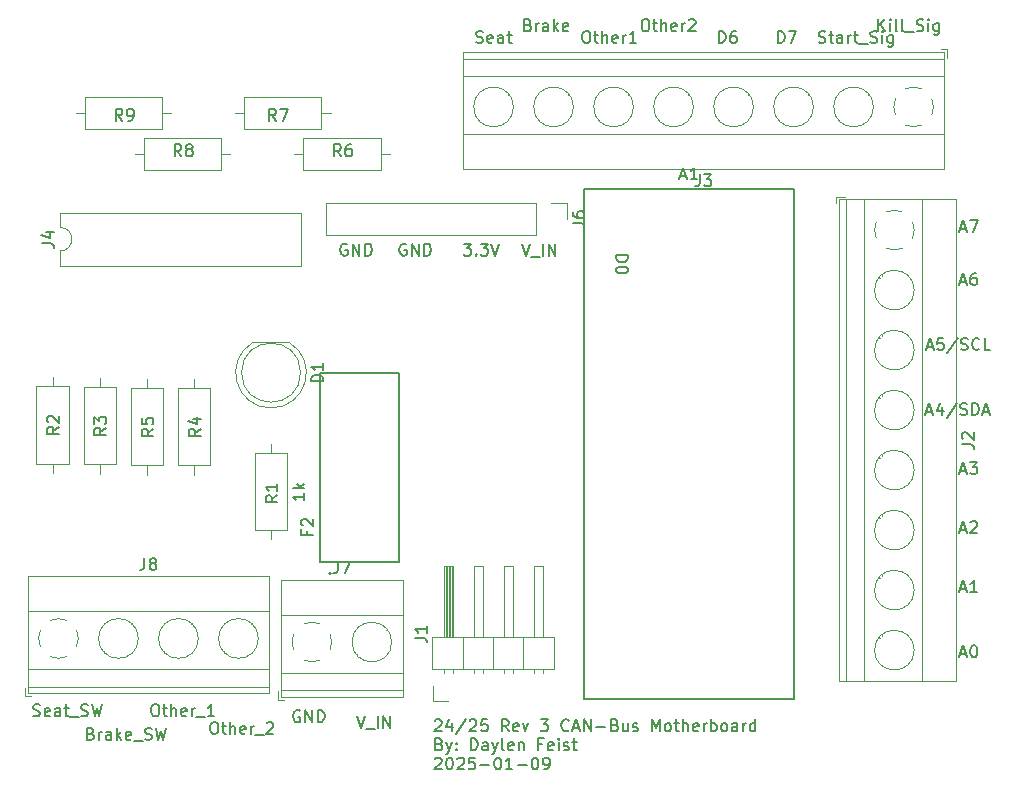
<source format=gbr>
%TF.GenerationSoftware,KiCad,Pcbnew,8.0.7*%
%TF.CreationDate,2025-01-10T10:31:37-06:00*%
%TF.ProjectId,CANBOARD_REV3,43414e42-4f41-4524-945f-524556332e6b,rev?*%
%TF.SameCoordinates,Original*%
%TF.FileFunction,Legend,Top*%
%TF.FilePolarity,Positive*%
%FSLAX46Y46*%
G04 Gerber Fmt 4.6, Leading zero omitted, Abs format (unit mm)*
G04 Created by KiCad (PCBNEW 8.0.7) date 2025-01-10 10:31:37*
%MOMM*%
%LPD*%
G01*
G04 APERTURE LIST*
%ADD10C,0.150000*%
%ADD11C,0.120000*%
%ADD12C,0.127000*%
%ADD13C,0.200000*%
G04 APERTURE END LIST*
D10*
X101817268Y-58889104D02*
X102293458Y-58889104D01*
X101722030Y-59174819D02*
X102055363Y-58174819D01*
X102055363Y-58174819D02*
X102388696Y-59174819D01*
X102626792Y-58174819D02*
X103245839Y-58174819D01*
X103245839Y-58174819D02*
X102912506Y-58555771D01*
X102912506Y-58555771D02*
X103055363Y-58555771D01*
X103055363Y-58555771D02*
X103150601Y-58603390D01*
X103150601Y-58603390D02*
X103198220Y-58651009D01*
X103198220Y-58651009D02*
X103245839Y-58746247D01*
X103245839Y-58746247D02*
X103245839Y-58984342D01*
X103245839Y-58984342D02*
X103198220Y-59079580D01*
X103198220Y-59079580D02*
X103150601Y-59127200D01*
X103150601Y-59127200D02*
X103055363Y-59174819D01*
X103055363Y-59174819D02*
X102769649Y-59174819D01*
X102769649Y-59174819D02*
X102674411Y-59127200D01*
X102674411Y-59127200D02*
X102626792Y-59079580D01*
X101817268Y-68889104D02*
X102293458Y-68889104D01*
X101722030Y-69174819D02*
X102055363Y-68174819D01*
X102055363Y-68174819D02*
X102388696Y-69174819D01*
X103245839Y-69174819D02*
X102674411Y-69174819D01*
X102960125Y-69174819D02*
X102960125Y-68174819D01*
X102960125Y-68174819D02*
X102864887Y-68317676D01*
X102864887Y-68317676D02*
X102769649Y-68412914D01*
X102769649Y-68412914D02*
X102674411Y-68460533D01*
X101817268Y-42889104D02*
X102293458Y-42889104D01*
X101722030Y-43174819D02*
X102055363Y-42174819D01*
X102055363Y-42174819D02*
X102388696Y-43174819D01*
X103150601Y-42174819D02*
X102960125Y-42174819D01*
X102960125Y-42174819D02*
X102864887Y-42222438D01*
X102864887Y-42222438D02*
X102817268Y-42270057D01*
X102817268Y-42270057D02*
X102722030Y-42412914D01*
X102722030Y-42412914D02*
X102674411Y-42603390D01*
X102674411Y-42603390D02*
X102674411Y-42984342D01*
X102674411Y-42984342D02*
X102722030Y-43079580D01*
X102722030Y-43079580D02*
X102769649Y-43127200D01*
X102769649Y-43127200D02*
X102864887Y-43174819D01*
X102864887Y-43174819D02*
X103055363Y-43174819D01*
X103055363Y-43174819D02*
X103150601Y-43127200D01*
X103150601Y-43127200D02*
X103198220Y-43079580D01*
X103198220Y-43079580D02*
X103245839Y-42984342D01*
X103245839Y-42984342D02*
X103245839Y-42746247D01*
X103245839Y-42746247D02*
X103198220Y-42651009D01*
X103198220Y-42651009D02*
X103150601Y-42603390D01*
X103150601Y-42603390D02*
X103055363Y-42555771D01*
X103055363Y-42555771D02*
X102864887Y-42555771D01*
X102864887Y-42555771D02*
X102769649Y-42603390D01*
X102769649Y-42603390D02*
X102722030Y-42651009D01*
X102722030Y-42651009D02*
X102674411Y-42746247D01*
X33562255Y-78674819D02*
X33752731Y-78674819D01*
X33752731Y-78674819D02*
X33847969Y-78722438D01*
X33847969Y-78722438D02*
X33943207Y-78817676D01*
X33943207Y-78817676D02*
X33990826Y-79008152D01*
X33990826Y-79008152D02*
X33990826Y-79341485D01*
X33990826Y-79341485D02*
X33943207Y-79531961D01*
X33943207Y-79531961D02*
X33847969Y-79627200D01*
X33847969Y-79627200D02*
X33752731Y-79674819D01*
X33752731Y-79674819D02*
X33562255Y-79674819D01*
X33562255Y-79674819D02*
X33467017Y-79627200D01*
X33467017Y-79627200D02*
X33371779Y-79531961D01*
X33371779Y-79531961D02*
X33324160Y-79341485D01*
X33324160Y-79341485D02*
X33324160Y-79008152D01*
X33324160Y-79008152D02*
X33371779Y-78817676D01*
X33371779Y-78817676D02*
X33467017Y-78722438D01*
X33467017Y-78722438D02*
X33562255Y-78674819D01*
X34276541Y-79008152D02*
X34657493Y-79008152D01*
X34419398Y-78674819D02*
X34419398Y-79531961D01*
X34419398Y-79531961D02*
X34467017Y-79627200D01*
X34467017Y-79627200D02*
X34562255Y-79674819D01*
X34562255Y-79674819D02*
X34657493Y-79674819D01*
X34990827Y-79674819D02*
X34990827Y-78674819D01*
X35419398Y-79674819D02*
X35419398Y-79151009D01*
X35419398Y-79151009D02*
X35371779Y-79055771D01*
X35371779Y-79055771D02*
X35276541Y-79008152D01*
X35276541Y-79008152D02*
X35133684Y-79008152D01*
X35133684Y-79008152D02*
X35038446Y-79055771D01*
X35038446Y-79055771D02*
X34990827Y-79103390D01*
X36276541Y-79627200D02*
X36181303Y-79674819D01*
X36181303Y-79674819D02*
X35990827Y-79674819D01*
X35990827Y-79674819D02*
X35895589Y-79627200D01*
X35895589Y-79627200D02*
X35847970Y-79531961D01*
X35847970Y-79531961D02*
X35847970Y-79151009D01*
X35847970Y-79151009D02*
X35895589Y-79055771D01*
X35895589Y-79055771D02*
X35990827Y-79008152D01*
X35990827Y-79008152D02*
X36181303Y-79008152D01*
X36181303Y-79008152D02*
X36276541Y-79055771D01*
X36276541Y-79055771D02*
X36324160Y-79151009D01*
X36324160Y-79151009D02*
X36324160Y-79246247D01*
X36324160Y-79246247D02*
X35847970Y-79341485D01*
X36752732Y-79674819D02*
X36752732Y-79008152D01*
X36752732Y-79198628D02*
X36800351Y-79103390D01*
X36800351Y-79103390D02*
X36847970Y-79055771D01*
X36847970Y-79055771D02*
X36943208Y-79008152D01*
X36943208Y-79008152D02*
X37038446Y-79008152D01*
X37133685Y-79770057D02*
X37895589Y-79770057D01*
X38657494Y-79674819D02*
X38086066Y-79674819D01*
X38371780Y-79674819D02*
X38371780Y-78674819D01*
X38371780Y-78674819D02*
X38276542Y-78817676D01*
X38276542Y-78817676D02*
X38181304Y-78912914D01*
X38181304Y-78912914D02*
X38086066Y-78960533D01*
X101817268Y-38389104D02*
X102293458Y-38389104D01*
X101722030Y-38674819D02*
X102055363Y-37674819D01*
X102055363Y-37674819D02*
X102388696Y-38674819D01*
X102626792Y-37674819D02*
X103293458Y-37674819D01*
X103293458Y-37674819D02*
X102864887Y-38674819D01*
X101817268Y-74389104D02*
X102293458Y-74389104D01*
X101722030Y-74674819D02*
X102055363Y-73674819D01*
X102055363Y-73674819D02*
X102388696Y-74674819D01*
X102912506Y-73674819D02*
X103007744Y-73674819D01*
X103007744Y-73674819D02*
X103102982Y-73722438D01*
X103102982Y-73722438D02*
X103150601Y-73770057D01*
X103150601Y-73770057D02*
X103198220Y-73865295D01*
X103198220Y-73865295D02*
X103245839Y-74055771D01*
X103245839Y-74055771D02*
X103245839Y-74293866D01*
X103245839Y-74293866D02*
X103198220Y-74484342D01*
X103198220Y-74484342D02*
X103150601Y-74579580D01*
X103150601Y-74579580D02*
X103102982Y-74627200D01*
X103102982Y-74627200D02*
X103007744Y-74674819D01*
X103007744Y-74674819D02*
X102912506Y-74674819D01*
X102912506Y-74674819D02*
X102817268Y-74627200D01*
X102817268Y-74627200D02*
X102769649Y-74579580D01*
X102769649Y-74579580D02*
X102722030Y-74484342D01*
X102722030Y-74484342D02*
X102674411Y-74293866D01*
X102674411Y-74293866D02*
X102674411Y-74055771D01*
X102674411Y-74055771D02*
X102722030Y-73865295D01*
X102722030Y-73865295D02*
X102769649Y-73770057D01*
X102769649Y-73770057D02*
X102817268Y-73722438D01*
X102817268Y-73722438D02*
X102912506Y-73674819D01*
X45895588Y-79222438D02*
X45800350Y-79174819D01*
X45800350Y-79174819D02*
X45657493Y-79174819D01*
X45657493Y-79174819D02*
X45514636Y-79222438D01*
X45514636Y-79222438D02*
X45419398Y-79317676D01*
X45419398Y-79317676D02*
X45371779Y-79412914D01*
X45371779Y-79412914D02*
X45324160Y-79603390D01*
X45324160Y-79603390D02*
X45324160Y-79746247D01*
X45324160Y-79746247D02*
X45371779Y-79936723D01*
X45371779Y-79936723D02*
X45419398Y-80031961D01*
X45419398Y-80031961D02*
X45514636Y-80127200D01*
X45514636Y-80127200D02*
X45657493Y-80174819D01*
X45657493Y-80174819D02*
X45752731Y-80174819D01*
X45752731Y-80174819D02*
X45895588Y-80127200D01*
X45895588Y-80127200D02*
X45943207Y-80079580D01*
X45943207Y-80079580D02*
X45943207Y-79746247D01*
X45943207Y-79746247D02*
X45752731Y-79746247D01*
X46371779Y-80174819D02*
X46371779Y-79174819D01*
X46371779Y-79174819D02*
X46943207Y-80174819D01*
X46943207Y-80174819D02*
X46943207Y-79174819D01*
X47419398Y-80174819D02*
X47419398Y-79174819D01*
X47419398Y-79174819D02*
X47657493Y-79174819D01*
X47657493Y-79174819D02*
X47800350Y-79222438D01*
X47800350Y-79222438D02*
X47895588Y-79317676D01*
X47895588Y-79317676D02*
X47943207Y-79412914D01*
X47943207Y-79412914D02*
X47990826Y-79603390D01*
X47990826Y-79603390D02*
X47990826Y-79746247D01*
X47990826Y-79746247D02*
X47943207Y-79936723D01*
X47943207Y-79936723D02*
X47895588Y-80031961D01*
X47895588Y-80031961D02*
X47800350Y-80127200D01*
X47800350Y-80127200D02*
X47657493Y-80174819D01*
X47657493Y-80174819D02*
X47419398Y-80174819D01*
X65205112Y-21151009D02*
X65347969Y-21198628D01*
X65347969Y-21198628D02*
X65395588Y-21246247D01*
X65395588Y-21246247D02*
X65443207Y-21341485D01*
X65443207Y-21341485D02*
X65443207Y-21484342D01*
X65443207Y-21484342D02*
X65395588Y-21579580D01*
X65395588Y-21579580D02*
X65347969Y-21627200D01*
X65347969Y-21627200D02*
X65252731Y-21674819D01*
X65252731Y-21674819D02*
X64871779Y-21674819D01*
X64871779Y-21674819D02*
X64871779Y-20674819D01*
X64871779Y-20674819D02*
X65205112Y-20674819D01*
X65205112Y-20674819D02*
X65300350Y-20722438D01*
X65300350Y-20722438D02*
X65347969Y-20770057D01*
X65347969Y-20770057D02*
X65395588Y-20865295D01*
X65395588Y-20865295D02*
X65395588Y-20960533D01*
X65395588Y-20960533D02*
X65347969Y-21055771D01*
X65347969Y-21055771D02*
X65300350Y-21103390D01*
X65300350Y-21103390D02*
X65205112Y-21151009D01*
X65205112Y-21151009D02*
X64871779Y-21151009D01*
X65871779Y-21674819D02*
X65871779Y-21008152D01*
X65871779Y-21198628D02*
X65919398Y-21103390D01*
X65919398Y-21103390D02*
X65967017Y-21055771D01*
X65967017Y-21055771D02*
X66062255Y-21008152D01*
X66062255Y-21008152D02*
X66157493Y-21008152D01*
X66919398Y-21674819D02*
X66919398Y-21151009D01*
X66919398Y-21151009D02*
X66871779Y-21055771D01*
X66871779Y-21055771D02*
X66776541Y-21008152D01*
X66776541Y-21008152D02*
X66586065Y-21008152D01*
X66586065Y-21008152D02*
X66490827Y-21055771D01*
X66919398Y-21627200D02*
X66824160Y-21674819D01*
X66824160Y-21674819D02*
X66586065Y-21674819D01*
X66586065Y-21674819D02*
X66490827Y-21627200D01*
X66490827Y-21627200D02*
X66443208Y-21531961D01*
X66443208Y-21531961D02*
X66443208Y-21436723D01*
X66443208Y-21436723D02*
X66490827Y-21341485D01*
X66490827Y-21341485D02*
X66586065Y-21293866D01*
X66586065Y-21293866D02*
X66824160Y-21293866D01*
X66824160Y-21293866D02*
X66919398Y-21246247D01*
X67395589Y-21674819D02*
X67395589Y-20674819D01*
X67490827Y-21293866D02*
X67776541Y-21674819D01*
X67776541Y-21008152D02*
X67395589Y-21389104D01*
X68586065Y-21627200D02*
X68490827Y-21674819D01*
X68490827Y-21674819D02*
X68300351Y-21674819D01*
X68300351Y-21674819D02*
X68205113Y-21627200D01*
X68205113Y-21627200D02*
X68157494Y-21531961D01*
X68157494Y-21531961D02*
X68157494Y-21151009D01*
X68157494Y-21151009D02*
X68205113Y-21055771D01*
X68205113Y-21055771D02*
X68300351Y-21008152D01*
X68300351Y-21008152D02*
X68490827Y-21008152D01*
X68490827Y-21008152D02*
X68586065Y-21055771D01*
X68586065Y-21055771D02*
X68633684Y-21151009D01*
X68633684Y-21151009D02*
X68633684Y-21246247D01*
X68633684Y-21246247D02*
X68157494Y-21341485D01*
X60824160Y-22627200D02*
X60967017Y-22674819D01*
X60967017Y-22674819D02*
X61205112Y-22674819D01*
X61205112Y-22674819D02*
X61300350Y-22627200D01*
X61300350Y-22627200D02*
X61347969Y-22579580D01*
X61347969Y-22579580D02*
X61395588Y-22484342D01*
X61395588Y-22484342D02*
X61395588Y-22389104D01*
X61395588Y-22389104D02*
X61347969Y-22293866D01*
X61347969Y-22293866D02*
X61300350Y-22246247D01*
X61300350Y-22246247D02*
X61205112Y-22198628D01*
X61205112Y-22198628D02*
X61014636Y-22151009D01*
X61014636Y-22151009D02*
X60919398Y-22103390D01*
X60919398Y-22103390D02*
X60871779Y-22055771D01*
X60871779Y-22055771D02*
X60824160Y-21960533D01*
X60824160Y-21960533D02*
X60824160Y-21865295D01*
X60824160Y-21865295D02*
X60871779Y-21770057D01*
X60871779Y-21770057D02*
X60919398Y-21722438D01*
X60919398Y-21722438D02*
X61014636Y-21674819D01*
X61014636Y-21674819D02*
X61252731Y-21674819D01*
X61252731Y-21674819D02*
X61395588Y-21722438D01*
X62205112Y-22627200D02*
X62109874Y-22674819D01*
X62109874Y-22674819D02*
X61919398Y-22674819D01*
X61919398Y-22674819D02*
X61824160Y-22627200D01*
X61824160Y-22627200D02*
X61776541Y-22531961D01*
X61776541Y-22531961D02*
X61776541Y-22151009D01*
X61776541Y-22151009D02*
X61824160Y-22055771D01*
X61824160Y-22055771D02*
X61919398Y-22008152D01*
X61919398Y-22008152D02*
X62109874Y-22008152D01*
X62109874Y-22008152D02*
X62205112Y-22055771D01*
X62205112Y-22055771D02*
X62252731Y-22151009D01*
X62252731Y-22151009D02*
X62252731Y-22246247D01*
X62252731Y-22246247D02*
X61776541Y-22341485D01*
X63109874Y-22674819D02*
X63109874Y-22151009D01*
X63109874Y-22151009D02*
X63062255Y-22055771D01*
X63062255Y-22055771D02*
X62967017Y-22008152D01*
X62967017Y-22008152D02*
X62776541Y-22008152D01*
X62776541Y-22008152D02*
X62681303Y-22055771D01*
X63109874Y-22627200D02*
X63014636Y-22674819D01*
X63014636Y-22674819D02*
X62776541Y-22674819D01*
X62776541Y-22674819D02*
X62681303Y-22627200D01*
X62681303Y-22627200D02*
X62633684Y-22531961D01*
X62633684Y-22531961D02*
X62633684Y-22436723D01*
X62633684Y-22436723D02*
X62681303Y-22341485D01*
X62681303Y-22341485D02*
X62776541Y-22293866D01*
X62776541Y-22293866D02*
X63014636Y-22293866D01*
X63014636Y-22293866D02*
X63109874Y-22246247D01*
X63443208Y-22008152D02*
X63824160Y-22008152D01*
X63586065Y-21674819D02*
X63586065Y-22531961D01*
X63586065Y-22531961D02*
X63633684Y-22627200D01*
X63633684Y-22627200D02*
X63728922Y-22674819D01*
X63728922Y-22674819D02*
X63824160Y-22674819D01*
X49895588Y-39722438D02*
X49800350Y-39674819D01*
X49800350Y-39674819D02*
X49657493Y-39674819D01*
X49657493Y-39674819D02*
X49514636Y-39722438D01*
X49514636Y-39722438D02*
X49419398Y-39817676D01*
X49419398Y-39817676D02*
X49371779Y-39912914D01*
X49371779Y-39912914D02*
X49324160Y-40103390D01*
X49324160Y-40103390D02*
X49324160Y-40246247D01*
X49324160Y-40246247D02*
X49371779Y-40436723D01*
X49371779Y-40436723D02*
X49419398Y-40531961D01*
X49419398Y-40531961D02*
X49514636Y-40627200D01*
X49514636Y-40627200D02*
X49657493Y-40674819D01*
X49657493Y-40674819D02*
X49752731Y-40674819D01*
X49752731Y-40674819D02*
X49895588Y-40627200D01*
X49895588Y-40627200D02*
X49943207Y-40579580D01*
X49943207Y-40579580D02*
X49943207Y-40246247D01*
X49943207Y-40246247D02*
X49752731Y-40246247D01*
X50371779Y-40674819D02*
X50371779Y-39674819D01*
X50371779Y-39674819D02*
X50943207Y-40674819D01*
X50943207Y-40674819D02*
X50943207Y-39674819D01*
X51419398Y-40674819D02*
X51419398Y-39674819D01*
X51419398Y-39674819D02*
X51657493Y-39674819D01*
X51657493Y-39674819D02*
X51800350Y-39722438D01*
X51800350Y-39722438D02*
X51895588Y-39817676D01*
X51895588Y-39817676D02*
X51943207Y-39912914D01*
X51943207Y-39912914D02*
X51990826Y-40103390D01*
X51990826Y-40103390D02*
X51990826Y-40246247D01*
X51990826Y-40246247D02*
X51943207Y-40436723D01*
X51943207Y-40436723D02*
X51895588Y-40531961D01*
X51895588Y-40531961D02*
X51800350Y-40627200D01*
X51800350Y-40627200D02*
X51657493Y-40674819D01*
X51657493Y-40674819D02*
X51419398Y-40674819D01*
X81371779Y-22674819D02*
X81371779Y-21674819D01*
X81371779Y-21674819D02*
X81609874Y-21674819D01*
X81609874Y-21674819D02*
X81752731Y-21722438D01*
X81752731Y-21722438D02*
X81847969Y-21817676D01*
X81847969Y-21817676D02*
X81895588Y-21912914D01*
X81895588Y-21912914D02*
X81943207Y-22103390D01*
X81943207Y-22103390D02*
X81943207Y-22246247D01*
X81943207Y-22246247D02*
X81895588Y-22436723D01*
X81895588Y-22436723D02*
X81847969Y-22531961D01*
X81847969Y-22531961D02*
X81752731Y-22627200D01*
X81752731Y-22627200D02*
X81609874Y-22674819D01*
X81609874Y-22674819D02*
X81371779Y-22674819D01*
X82800350Y-21674819D02*
X82609874Y-21674819D01*
X82609874Y-21674819D02*
X82514636Y-21722438D01*
X82514636Y-21722438D02*
X82467017Y-21770057D01*
X82467017Y-21770057D02*
X82371779Y-21912914D01*
X82371779Y-21912914D02*
X82324160Y-22103390D01*
X82324160Y-22103390D02*
X82324160Y-22484342D01*
X82324160Y-22484342D02*
X82371779Y-22579580D01*
X82371779Y-22579580D02*
X82419398Y-22627200D01*
X82419398Y-22627200D02*
X82514636Y-22674819D01*
X82514636Y-22674819D02*
X82705112Y-22674819D01*
X82705112Y-22674819D02*
X82800350Y-22627200D01*
X82800350Y-22627200D02*
X82847969Y-22579580D01*
X82847969Y-22579580D02*
X82895588Y-22484342D01*
X82895588Y-22484342D02*
X82895588Y-22246247D01*
X82895588Y-22246247D02*
X82847969Y-22151009D01*
X82847969Y-22151009D02*
X82800350Y-22103390D01*
X82800350Y-22103390D02*
X82705112Y-22055771D01*
X82705112Y-22055771D02*
X82514636Y-22055771D01*
X82514636Y-22055771D02*
X82419398Y-22103390D01*
X82419398Y-22103390D02*
X82371779Y-22151009D01*
X82371779Y-22151009D02*
X82324160Y-22246247D01*
X64728922Y-39674819D02*
X65062255Y-40674819D01*
X65062255Y-40674819D02*
X65395588Y-39674819D01*
X65490827Y-40770057D02*
X66252731Y-40770057D01*
X66490827Y-40674819D02*
X66490827Y-39674819D01*
X66967017Y-40674819D02*
X66967017Y-39674819D01*
X66967017Y-39674819D02*
X67538445Y-40674819D01*
X67538445Y-40674819D02*
X67538445Y-39674819D01*
X75062255Y-20674819D02*
X75252731Y-20674819D01*
X75252731Y-20674819D02*
X75347969Y-20722438D01*
X75347969Y-20722438D02*
X75443207Y-20817676D01*
X75443207Y-20817676D02*
X75490826Y-21008152D01*
X75490826Y-21008152D02*
X75490826Y-21341485D01*
X75490826Y-21341485D02*
X75443207Y-21531961D01*
X75443207Y-21531961D02*
X75347969Y-21627200D01*
X75347969Y-21627200D02*
X75252731Y-21674819D01*
X75252731Y-21674819D02*
X75062255Y-21674819D01*
X75062255Y-21674819D02*
X74967017Y-21627200D01*
X74967017Y-21627200D02*
X74871779Y-21531961D01*
X74871779Y-21531961D02*
X74824160Y-21341485D01*
X74824160Y-21341485D02*
X74824160Y-21008152D01*
X74824160Y-21008152D02*
X74871779Y-20817676D01*
X74871779Y-20817676D02*
X74967017Y-20722438D01*
X74967017Y-20722438D02*
X75062255Y-20674819D01*
X75776541Y-21008152D02*
X76157493Y-21008152D01*
X75919398Y-20674819D02*
X75919398Y-21531961D01*
X75919398Y-21531961D02*
X75967017Y-21627200D01*
X75967017Y-21627200D02*
X76062255Y-21674819D01*
X76062255Y-21674819D02*
X76157493Y-21674819D01*
X76490827Y-21674819D02*
X76490827Y-20674819D01*
X76919398Y-21674819D02*
X76919398Y-21151009D01*
X76919398Y-21151009D02*
X76871779Y-21055771D01*
X76871779Y-21055771D02*
X76776541Y-21008152D01*
X76776541Y-21008152D02*
X76633684Y-21008152D01*
X76633684Y-21008152D02*
X76538446Y-21055771D01*
X76538446Y-21055771D02*
X76490827Y-21103390D01*
X77776541Y-21627200D02*
X77681303Y-21674819D01*
X77681303Y-21674819D02*
X77490827Y-21674819D01*
X77490827Y-21674819D02*
X77395589Y-21627200D01*
X77395589Y-21627200D02*
X77347970Y-21531961D01*
X77347970Y-21531961D02*
X77347970Y-21151009D01*
X77347970Y-21151009D02*
X77395589Y-21055771D01*
X77395589Y-21055771D02*
X77490827Y-21008152D01*
X77490827Y-21008152D02*
X77681303Y-21008152D01*
X77681303Y-21008152D02*
X77776541Y-21055771D01*
X77776541Y-21055771D02*
X77824160Y-21151009D01*
X77824160Y-21151009D02*
X77824160Y-21246247D01*
X77824160Y-21246247D02*
X77347970Y-21341485D01*
X78252732Y-21674819D02*
X78252732Y-21008152D01*
X78252732Y-21198628D02*
X78300351Y-21103390D01*
X78300351Y-21103390D02*
X78347970Y-21055771D01*
X78347970Y-21055771D02*
X78443208Y-21008152D01*
X78443208Y-21008152D02*
X78538446Y-21008152D01*
X78824161Y-20770057D02*
X78871780Y-20722438D01*
X78871780Y-20722438D02*
X78967018Y-20674819D01*
X78967018Y-20674819D02*
X79205113Y-20674819D01*
X79205113Y-20674819D02*
X79300351Y-20722438D01*
X79300351Y-20722438D02*
X79347970Y-20770057D01*
X79347970Y-20770057D02*
X79395589Y-20865295D01*
X79395589Y-20865295D02*
X79395589Y-20960533D01*
X79395589Y-20960533D02*
X79347970Y-21103390D01*
X79347970Y-21103390D02*
X78776542Y-21674819D01*
X78776542Y-21674819D02*
X79395589Y-21674819D01*
X94871779Y-21674819D02*
X94871779Y-20674819D01*
X95443207Y-21674819D02*
X95014636Y-21103390D01*
X95443207Y-20674819D02*
X94871779Y-21246247D01*
X95871779Y-21674819D02*
X95871779Y-21008152D01*
X95871779Y-20674819D02*
X95824160Y-20722438D01*
X95824160Y-20722438D02*
X95871779Y-20770057D01*
X95871779Y-20770057D02*
X95919398Y-20722438D01*
X95919398Y-20722438D02*
X95871779Y-20674819D01*
X95871779Y-20674819D02*
X95871779Y-20770057D01*
X96490826Y-21674819D02*
X96395588Y-21627200D01*
X96395588Y-21627200D02*
X96347969Y-21531961D01*
X96347969Y-21531961D02*
X96347969Y-20674819D01*
X97014636Y-21674819D02*
X96919398Y-21627200D01*
X96919398Y-21627200D02*
X96871779Y-21531961D01*
X96871779Y-21531961D02*
X96871779Y-20674819D01*
X97157494Y-21770057D02*
X97919398Y-21770057D01*
X98109875Y-21627200D02*
X98252732Y-21674819D01*
X98252732Y-21674819D02*
X98490827Y-21674819D01*
X98490827Y-21674819D02*
X98586065Y-21627200D01*
X98586065Y-21627200D02*
X98633684Y-21579580D01*
X98633684Y-21579580D02*
X98681303Y-21484342D01*
X98681303Y-21484342D02*
X98681303Y-21389104D01*
X98681303Y-21389104D02*
X98633684Y-21293866D01*
X98633684Y-21293866D02*
X98586065Y-21246247D01*
X98586065Y-21246247D02*
X98490827Y-21198628D01*
X98490827Y-21198628D02*
X98300351Y-21151009D01*
X98300351Y-21151009D02*
X98205113Y-21103390D01*
X98205113Y-21103390D02*
X98157494Y-21055771D01*
X98157494Y-21055771D02*
X98109875Y-20960533D01*
X98109875Y-20960533D02*
X98109875Y-20865295D01*
X98109875Y-20865295D02*
X98157494Y-20770057D01*
X98157494Y-20770057D02*
X98205113Y-20722438D01*
X98205113Y-20722438D02*
X98300351Y-20674819D01*
X98300351Y-20674819D02*
X98538446Y-20674819D01*
X98538446Y-20674819D02*
X98681303Y-20722438D01*
X99109875Y-21674819D02*
X99109875Y-21008152D01*
X99109875Y-20674819D02*
X99062256Y-20722438D01*
X99062256Y-20722438D02*
X99109875Y-20770057D01*
X99109875Y-20770057D02*
X99157494Y-20722438D01*
X99157494Y-20722438D02*
X99109875Y-20674819D01*
X99109875Y-20674819D02*
X99109875Y-20770057D01*
X100014636Y-21008152D02*
X100014636Y-21817676D01*
X100014636Y-21817676D02*
X99967017Y-21912914D01*
X99967017Y-21912914D02*
X99919398Y-21960533D01*
X99919398Y-21960533D02*
X99824160Y-22008152D01*
X99824160Y-22008152D02*
X99681303Y-22008152D01*
X99681303Y-22008152D02*
X99586065Y-21960533D01*
X100014636Y-21627200D02*
X99919398Y-21674819D01*
X99919398Y-21674819D02*
X99728922Y-21674819D01*
X99728922Y-21674819D02*
X99633684Y-21627200D01*
X99633684Y-21627200D02*
X99586065Y-21579580D01*
X99586065Y-21579580D02*
X99538446Y-21484342D01*
X99538446Y-21484342D02*
X99538446Y-21198628D01*
X99538446Y-21198628D02*
X99586065Y-21103390D01*
X99586065Y-21103390D02*
X99633684Y-21055771D01*
X99633684Y-21055771D02*
X99728922Y-21008152D01*
X99728922Y-21008152D02*
X99919398Y-21008152D01*
X99919398Y-21008152D02*
X100014636Y-21055771D01*
X89824160Y-22627200D02*
X89967017Y-22674819D01*
X89967017Y-22674819D02*
X90205112Y-22674819D01*
X90205112Y-22674819D02*
X90300350Y-22627200D01*
X90300350Y-22627200D02*
X90347969Y-22579580D01*
X90347969Y-22579580D02*
X90395588Y-22484342D01*
X90395588Y-22484342D02*
X90395588Y-22389104D01*
X90395588Y-22389104D02*
X90347969Y-22293866D01*
X90347969Y-22293866D02*
X90300350Y-22246247D01*
X90300350Y-22246247D02*
X90205112Y-22198628D01*
X90205112Y-22198628D02*
X90014636Y-22151009D01*
X90014636Y-22151009D02*
X89919398Y-22103390D01*
X89919398Y-22103390D02*
X89871779Y-22055771D01*
X89871779Y-22055771D02*
X89824160Y-21960533D01*
X89824160Y-21960533D02*
X89824160Y-21865295D01*
X89824160Y-21865295D02*
X89871779Y-21770057D01*
X89871779Y-21770057D02*
X89919398Y-21722438D01*
X89919398Y-21722438D02*
X90014636Y-21674819D01*
X90014636Y-21674819D02*
X90252731Y-21674819D01*
X90252731Y-21674819D02*
X90395588Y-21722438D01*
X90681303Y-22008152D02*
X91062255Y-22008152D01*
X90824160Y-21674819D02*
X90824160Y-22531961D01*
X90824160Y-22531961D02*
X90871779Y-22627200D01*
X90871779Y-22627200D02*
X90967017Y-22674819D01*
X90967017Y-22674819D02*
X91062255Y-22674819D01*
X91824160Y-22674819D02*
X91824160Y-22151009D01*
X91824160Y-22151009D02*
X91776541Y-22055771D01*
X91776541Y-22055771D02*
X91681303Y-22008152D01*
X91681303Y-22008152D02*
X91490827Y-22008152D01*
X91490827Y-22008152D02*
X91395589Y-22055771D01*
X91824160Y-22627200D02*
X91728922Y-22674819D01*
X91728922Y-22674819D02*
X91490827Y-22674819D01*
X91490827Y-22674819D02*
X91395589Y-22627200D01*
X91395589Y-22627200D02*
X91347970Y-22531961D01*
X91347970Y-22531961D02*
X91347970Y-22436723D01*
X91347970Y-22436723D02*
X91395589Y-22341485D01*
X91395589Y-22341485D02*
X91490827Y-22293866D01*
X91490827Y-22293866D02*
X91728922Y-22293866D01*
X91728922Y-22293866D02*
X91824160Y-22246247D01*
X92300351Y-22674819D02*
X92300351Y-22008152D01*
X92300351Y-22198628D02*
X92347970Y-22103390D01*
X92347970Y-22103390D02*
X92395589Y-22055771D01*
X92395589Y-22055771D02*
X92490827Y-22008152D01*
X92490827Y-22008152D02*
X92586065Y-22008152D01*
X92776542Y-22008152D02*
X93157494Y-22008152D01*
X92919399Y-21674819D02*
X92919399Y-22531961D01*
X92919399Y-22531961D02*
X92967018Y-22627200D01*
X92967018Y-22627200D02*
X93062256Y-22674819D01*
X93062256Y-22674819D02*
X93157494Y-22674819D01*
X93252733Y-22770057D02*
X94014637Y-22770057D01*
X94205114Y-22627200D02*
X94347971Y-22674819D01*
X94347971Y-22674819D02*
X94586066Y-22674819D01*
X94586066Y-22674819D02*
X94681304Y-22627200D01*
X94681304Y-22627200D02*
X94728923Y-22579580D01*
X94728923Y-22579580D02*
X94776542Y-22484342D01*
X94776542Y-22484342D02*
X94776542Y-22389104D01*
X94776542Y-22389104D02*
X94728923Y-22293866D01*
X94728923Y-22293866D02*
X94681304Y-22246247D01*
X94681304Y-22246247D02*
X94586066Y-22198628D01*
X94586066Y-22198628D02*
X94395590Y-22151009D01*
X94395590Y-22151009D02*
X94300352Y-22103390D01*
X94300352Y-22103390D02*
X94252733Y-22055771D01*
X94252733Y-22055771D02*
X94205114Y-21960533D01*
X94205114Y-21960533D02*
X94205114Y-21865295D01*
X94205114Y-21865295D02*
X94252733Y-21770057D01*
X94252733Y-21770057D02*
X94300352Y-21722438D01*
X94300352Y-21722438D02*
X94395590Y-21674819D01*
X94395590Y-21674819D02*
X94633685Y-21674819D01*
X94633685Y-21674819D02*
X94776542Y-21722438D01*
X95205114Y-22674819D02*
X95205114Y-22008152D01*
X95205114Y-21674819D02*
X95157495Y-21722438D01*
X95157495Y-21722438D02*
X95205114Y-21770057D01*
X95205114Y-21770057D02*
X95252733Y-21722438D01*
X95252733Y-21722438D02*
X95205114Y-21674819D01*
X95205114Y-21674819D02*
X95205114Y-21770057D01*
X96109875Y-22008152D02*
X96109875Y-22817676D01*
X96109875Y-22817676D02*
X96062256Y-22912914D01*
X96062256Y-22912914D02*
X96014637Y-22960533D01*
X96014637Y-22960533D02*
X95919399Y-23008152D01*
X95919399Y-23008152D02*
X95776542Y-23008152D01*
X95776542Y-23008152D02*
X95681304Y-22960533D01*
X96109875Y-22627200D02*
X96014637Y-22674819D01*
X96014637Y-22674819D02*
X95824161Y-22674819D01*
X95824161Y-22674819D02*
X95728923Y-22627200D01*
X95728923Y-22627200D02*
X95681304Y-22579580D01*
X95681304Y-22579580D02*
X95633685Y-22484342D01*
X95633685Y-22484342D02*
X95633685Y-22198628D01*
X95633685Y-22198628D02*
X95681304Y-22103390D01*
X95681304Y-22103390D02*
X95728923Y-22055771D01*
X95728923Y-22055771D02*
X95824161Y-22008152D01*
X95824161Y-22008152D02*
X96014637Y-22008152D01*
X96014637Y-22008152D02*
X96109875Y-22055771D01*
X23324160Y-79627200D02*
X23467017Y-79674819D01*
X23467017Y-79674819D02*
X23705112Y-79674819D01*
X23705112Y-79674819D02*
X23800350Y-79627200D01*
X23800350Y-79627200D02*
X23847969Y-79579580D01*
X23847969Y-79579580D02*
X23895588Y-79484342D01*
X23895588Y-79484342D02*
X23895588Y-79389104D01*
X23895588Y-79389104D02*
X23847969Y-79293866D01*
X23847969Y-79293866D02*
X23800350Y-79246247D01*
X23800350Y-79246247D02*
X23705112Y-79198628D01*
X23705112Y-79198628D02*
X23514636Y-79151009D01*
X23514636Y-79151009D02*
X23419398Y-79103390D01*
X23419398Y-79103390D02*
X23371779Y-79055771D01*
X23371779Y-79055771D02*
X23324160Y-78960533D01*
X23324160Y-78960533D02*
X23324160Y-78865295D01*
X23324160Y-78865295D02*
X23371779Y-78770057D01*
X23371779Y-78770057D02*
X23419398Y-78722438D01*
X23419398Y-78722438D02*
X23514636Y-78674819D01*
X23514636Y-78674819D02*
X23752731Y-78674819D01*
X23752731Y-78674819D02*
X23895588Y-78722438D01*
X24705112Y-79627200D02*
X24609874Y-79674819D01*
X24609874Y-79674819D02*
X24419398Y-79674819D01*
X24419398Y-79674819D02*
X24324160Y-79627200D01*
X24324160Y-79627200D02*
X24276541Y-79531961D01*
X24276541Y-79531961D02*
X24276541Y-79151009D01*
X24276541Y-79151009D02*
X24324160Y-79055771D01*
X24324160Y-79055771D02*
X24419398Y-79008152D01*
X24419398Y-79008152D02*
X24609874Y-79008152D01*
X24609874Y-79008152D02*
X24705112Y-79055771D01*
X24705112Y-79055771D02*
X24752731Y-79151009D01*
X24752731Y-79151009D02*
X24752731Y-79246247D01*
X24752731Y-79246247D02*
X24276541Y-79341485D01*
X25609874Y-79674819D02*
X25609874Y-79151009D01*
X25609874Y-79151009D02*
X25562255Y-79055771D01*
X25562255Y-79055771D02*
X25467017Y-79008152D01*
X25467017Y-79008152D02*
X25276541Y-79008152D01*
X25276541Y-79008152D02*
X25181303Y-79055771D01*
X25609874Y-79627200D02*
X25514636Y-79674819D01*
X25514636Y-79674819D02*
X25276541Y-79674819D01*
X25276541Y-79674819D02*
X25181303Y-79627200D01*
X25181303Y-79627200D02*
X25133684Y-79531961D01*
X25133684Y-79531961D02*
X25133684Y-79436723D01*
X25133684Y-79436723D02*
X25181303Y-79341485D01*
X25181303Y-79341485D02*
X25276541Y-79293866D01*
X25276541Y-79293866D02*
X25514636Y-79293866D01*
X25514636Y-79293866D02*
X25609874Y-79246247D01*
X25943208Y-79008152D02*
X26324160Y-79008152D01*
X26086065Y-78674819D02*
X26086065Y-79531961D01*
X26086065Y-79531961D02*
X26133684Y-79627200D01*
X26133684Y-79627200D02*
X26228922Y-79674819D01*
X26228922Y-79674819D02*
X26324160Y-79674819D01*
X26419399Y-79770057D02*
X27181303Y-79770057D01*
X27371780Y-79627200D02*
X27514637Y-79674819D01*
X27514637Y-79674819D02*
X27752732Y-79674819D01*
X27752732Y-79674819D02*
X27847970Y-79627200D01*
X27847970Y-79627200D02*
X27895589Y-79579580D01*
X27895589Y-79579580D02*
X27943208Y-79484342D01*
X27943208Y-79484342D02*
X27943208Y-79389104D01*
X27943208Y-79389104D02*
X27895589Y-79293866D01*
X27895589Y-79293866D02*
X27847970Y-79246247D01*
X27847970Y-79246247D02*
X27752732Y-79198628D01*
X27752732Y-79198628D02*
X27562256Y-79151009D01*
X27562256Y-79151009D02*
X27467018Y-79103390D01*
X27467018Y-79103390D02*
X27419399Y-79055771D01*
X27419399Y-79055771D02*
X27371780Y-78960533D01*
X27371780Y-78960533D02*
X27371780Y-78865295D01*
X27371780Y-78865295D02*
X27419399Y-78770057D01*
X27419399Y-78770057D02*
X27467018Y-78722438D01*
X27467018Y-78722438D02*
X27562256Y-78674819D01*
X27562256Y-78674819D02*
X27800351Y-78674819D01*
X27800351Y-78674819D02*
X27943208Y-78722438D01*
X28276542Y-78674819D02*
X28514637Y-79674819D01*
X28514637Y-79674819D02*
X28705113Y-78960533D01*
X28705113Y-78960533D02*
X28895589Y-79674819D01*
X28895589Y-79674819D02*
X29133685Y-78674819D01*
X59776541Y-39674819D02*
X60395588Y-39674819D01*
X60395588Y-39674819D02*
X60062255Y-40055771D01*
X60062255Y-40055771D02*
X60205112Y-40055771D01*
X60205112Y-40055771D02*
X60300350Y-40103390D01*
X60300350Y-40103390D02*
X60347969Y-40151009D01*
X60347969Y-40151009D02*
X60395588Y-40246247D01*
X60395588Y-40246247D02*
X60395588Y-40484342D01*
X60395588Y-40484342D02*
X60347969Y-40579580D01*
X60347969Y-40579580D02*
X60300350Y-40627200D01*
X60300350Y-40627200D02*
X60205112Y-40674819D01*
X60205112Y-40674819D02*
X59919398Y-40674819D01*
X59919398Y-40674819D02*
X59824160Y-40627200D01*
X59824160Y-40627200D02*
X59776541Y-40579580D01*
X60824160Y-40579580D02*
X60871779Y-40627200D01*
X60871779Y-40627200D02*
X60824160Y-40674819D01*
X60824160Y-40674819D02*
X60776541Y-40627200D01*
X60776541Y-40627200D02*
X60824160Y-40579580D01*
X60824160Y-40579580D02*
X60824160Y-40674819D01*
X61205112Y-39674819D02*
X61824159Y-39674819D01*
X61824159Y-39674819D02*
X61490826Y-40055771D01*
X61490826Y-40055771D02*
X61633683Y-40055771D01*
X61633683Y-40055771D02*
X61728921Y-40103390D01*
X61728921Y-40103390D02*
X61776540Y-40151009D01*
X61776540Y-40151009D02*
X61824159Y-40246247D01*
X61824159Y-40246247D02*
X61824159Y-40484342D01*
X61824159Y-40484342D02*
X61776540Y-40579580D01*
X61776540Y-40579580D02*
X61728921Y-40627200D01*
X61728921Y-40627200D02*
X61633683Y-40674819D01*
X61633683Y-40674819D02*
X61347969Y-40674819D01*
X61347969Y-40674819D02*
X61252731Y-40627200D01*
X61252731Y-40627200D02*
X61205112Y-40579580D01*
X62109874Y-39674819D02*
X62443207Y-40674819D01*
X62443207Y-40674819D02*
X62776540Y-39674819D01*
X86371779Y-22674819D02*
X86371779Y-21674819D01*
X86371779Y-21674819D02*
X86609874Y-21674819D01*
X86609874Y-21674819D02*
X86752731Y-21722438D01*
X86752731Y-21722438D02*
X86847969Y-21817676D01*
X86847969Y-21817676D02*
X86895588Y-21912914D01*
X86895588Y-21912914D02*
X86943207Y-22103390D01*
X86943207Y-22103390D02*
X86943207Y-22246247D01*
X86943207Y-22246247D02*
X86895588Y-22436723D01*
X86895588Y-22436723D02*
X86847969Y-22531961D01*
X86847969Y-22531961D02*
X86752731Y-22627200D01*
X86752731Y-22627200D02*
X86609874Y-22674819D01*
X86609874Y-22674819D02*
X86371779Y-22674819D01*
X87276541Y-21674819D02*
X87943207Y-21674819D01*
X87943207Y-21674819D02*
X87514636Y-22674819D01*
X28205112Y-81151009D02*
X28347969Y-81198628D01*
X28347969Y-81198628D02*
X28395588Y-81246247D01*
X28395588Y-81246247D02*
X28443207Y-81341485D01*
X28443207Y-81341485D02*
X28443207Y-81484342D01*
X28443207Y-81484342D02*
X28395588Y-81579580D01*
X28395588Y-81579580D02*
X28347969Y-81627200D01*
X28347969Y-81627200D02*
X28252731Y-81674819D01*
X28252731Y-81674819D02*
X27871779Y-81674819D01*
X27871779Y-81674819D02*
X27871779Y-80674819D01*
X27871779Y-80674819D02*
X28205112Y-80674819D01*
X28205112Y-80674819D02*
X28300350Y-80722438D01*
X28300350Y-80722438D02*
X28347969Y-80770057D01*
X28347969Y-80770057D02*
X28395588Y-80865295D01*
X28395588Y-80865295D02*
X28395588Y-80960533D01*
X28395588Y-80960533D02*
X28347969Y-81055771D01*
X28347969Y-81055771D02*
X28300350Y-81103390D01*
X28300350Y-81103390D02*
X28205112Y-81151009D01*
X28205112Y-81151009D02*
X27871779Y-81151009D01*
X28871779Y-81674819D02*
X28871779Y-81008152D01*
X28871779Y-81198628D02*
X28919398Y-81103390D01*
X28919398Y-81103390D02*
X28967017Y-81055771D01*
X28967017Y-81055771D02*
X29062255Y-81008152D01*
X29062255Y-81008152D02*
X29157493Y-81008152D01*
X29919398Y-81674819D02*
X29919398Y-81151009D01*
X29919398Y-81151009D02*
X29871779Y-81055771D01*
X29871779Y-81055771D02*
X29776541Y-81008152D01*
X29776541Y-81008152D02*
X29586065Y-81008152D01*
X29586065Y-81008152D02*
X29490827Y-81055771D01*
X29919398Y-81627200D02*
X29824160Y-81674819D01*
X29824160Y-81674819D02*
X29586065Y-81674819D01*
X29586065Y-81674819D02*
X29490827Y-81627200D01*
X29490827Y-81627200D02*
X29443208Y-81531961D01*
X29443208Y-81531961D02*
X29443208Y-81436723D01*
X29443208Y-81436723D02*
X29490827Y-81341485D01*
X29490827Y-81341485D02*
X29586065Y-81293866D01*
X29586065Y-81293866D02*
X29824160Y-81293866D01*
X29824160Y-81293866D02*
X29919398Y-81246247D01*
X30395589Y-81674819D02*
X30395589Y-80674819D01*
X30490827Y-81293866D02*
X30776541Y-81674819D01*
X30776541Y-81008152D02*
X30395589Y-81389104D01*
X31586065Y-81627200D02*
X31490827Y-81674819D01*
X31490827Y-81674819D02*
X31300351Y-81674819D01*
X31300351Y-81674819D02*
X31205113Y-81627200D01*
X31205113Y-81627200D02*
X31157494Y-81531961D01*
X31157494Y-81531961D02*
X31157494Y-81151009D01*
X31157494Y-81151009D02*
X31205113Y-81055771D01*
X31205113Y-81055771D02*
X31300351Y-81008152D01*
X31300351Y-81008152D02*
X31490827Y-81008152D01*
X31490827Y-81008152D02*
X31586065Y-81055771D01*
X31586065Y-81055771D02*
X31633684Y-81151009D01*
X31633684Y-81151009D02*
X31633684Y-81246247D01*
X31633684Y-81246247D02*
X31157494Y-81341485D01*
X31824161Y-81770057D02*
X32586065Y-81770057D01*
X32776542Y-81627200D02*
X32919399Y-81674819D01*
X32919399Y-81674819D02*
X33157494Y-81674819D01*
X33157494Y-81674819D02*
X33252732Y-81627200D01*
X33252732Y-81627200D02*
X33300351Y-81579580D01*
X33300351Y-81579580D02*
X33347970Y-81484342D01*
X33347970Y-81484342D02*
X33347970Y-81389104D01*
X33347970Y-81389104D02*
X33300351Y-81293866D01*
X33300351Y-81293866D02*
X33252732Y-81246247D01*
X33252732Y-81246247D02*
X33157494Y-81198628D01*
X33157494Y-81198628D02*
X32967018Y-81151009D01*
X32967018Y-81151009D02*
X32871780Y-81103390D01*
X32871780Y-81103390D02*
X32824161Y-81055771D01*
X32824161Y-81055771D02*
X32776542Y-80960533D01*
X32776542Y-80960533D02*
X32776542Y-80865295D01*
X32776542Y-80865295D02*
X32824161Y-80770057D01*
X32824161Y-80770057D02*
X32871780Y-80722438D01*
X32871780Y-80722438D02*
X32967018Y-80674819D01*
X32967018Y-80674819D02*
X33205113Y-80674819D01*
X33205113Y-80674819D02*
X33347970Y-80722438D01*
X33681304Y-80674819D02*
X33919399Y-81674819D01*
X33919399Y-81674819D02*
X34109875Y-80960533D01*
X34109875Y-80960533D02*
X34300351Y-81674819D01*
X34300351Y-81674819D02*
X34538447Y-80674819D01*
X57324160Y-80050169D02*
X57371779Y-80002550D01*
X57371779Y-80002550D02*
X57467017Y-79954931D01*
X57467017Y-79954931D02*
X57705112Y-79954931D01*
X57705112Y-79954931D02*
X57800350Y-80002550D01*
X57800350Y-80002550D02*
X57847969Y-80050169D01*
X57847969Y-80050169D02*
X57895588Y-80145407D01*
X57895588Y-80145407D02*
X57895588Y-80240645D01*
X57895588Y-80240645D02*
X57847969Y-80383502D01*
X57847969Y-80383502D02*
X57276541Y-80954931D01*
X57276541Y-80954931D02*
X57895588Y-80954931D01*
X58752731Y-80288264D02*
X58752731Y-80954931D01*
X58514636Y-79907312D02*
X58276541Y-80621597D01*
X58276541Y-80621597D02*
X58895588Y-80621597D01*
X59990826Y-79907312D02*
X59133684Y-81193026D01*
X60276541Y-80050169D02*
X60324160Y-80002550D01*
X60324160Y-80002550D02*
X60419398Y-79954931D01*
X60419398Y-79954931D02*
X60657493Y-79954931D01*
X60657493Y-79954931D02*
X60752731Y-80002550D01*
X60752731Y-80002550D02*
X60800350Y-80050169D01*
X60800350Y-80050169D02*
X60847969Y-80145407D01*
X60847969Y-80145407D02*
X60847969Y-80240645D01*
X60847969Y-80240645D02*
X60800350Y-80383502D01*
X60800350Y-80383502D02*
X60228922Y-80954931D01*
X60228922Y-80954931D02*
X60847969Y-80954931D01*
X61752731Y-79954931D02*
X61276541Y-79954931D01*
X61276541Y-79954931D02*
X61228922Y-80431121D01*
X61228922Y-80431121D02*
X61276541Y-80383502D01*
X61276541Y-80383502D02*
X61371779Y-80335883D01*
X61371779Y-80335883D02*
X61609874Y-80335883D01*
X61609874Y-80335883D02*
X61705112Y-80383502D01*
X61705112Y-80383502D02*
X61752731Y-80431121D01*
X61752731Y-80431121D02*
X61800350Y-80526359D01*
X61800350Y-80526359D02*
X61800350Y-80764454D01*
X61800350Y-80764454D02*
X61752731Y-80859692D01*
X61752731Y-80859692D02*
X61705112Y-80907312D01*
X61705112Y-80907312D02*
X61609874Y-80954931D01*
X61609874Y-80954931D02*
X61371779Y-80954931D01*
X61371779Y-80954931D02*
X61276541Y-80907312D01*
X61276541Y-80907312D02*
X61228922Y-80859692D01*
X63562255Y-80954931D02*
X63228922Y-80478740D01*
X62990827Y-80954931D02*
X62990827Y-79954931D01*
X62990827Y-79954931D02*
X63371779Y-79954931D01*
X63371779Y-79954931D02*
X63467017Y-80002550D01*
X63467017Y-80002550D02*
X63514636Y-80050169D01*
X63514636Y-80050169D02*
X63562255Y-80145407D01*
X63562255Y-80145407D02*
X63562255Y-80288264D01*
X63562255Y-80288264D02*
X63514636Y-80383502D01*
X63514636Y-80383502D02*
X63467017Y-80431121D01*
X63467017Y-80431121D02*
X63371779Y-80478740D01*
X63371779Y-80478740D02*
X62990827Y-80478740D01*
X64371779Y-80907312D02*
X64276541Y-80954931D01*
X64276541Y-80954931D02*
X64086065Y-80954931D01*
X64086065Y-80954931D02*
X63990827Y-80907312D01*
X63990827Y-80907312D02*
X63943208Y-80812073D01*
X63943208Y-80812073D02*
X63943208Y-80431121D01*
X63943208Y-80431121D02*
X63990827Y-80335883D01*
X63990827Y-80335883D02*
X64086065Y-80288264D01*
X64086065Y-80288264D02*
X64276541Y-80288264D01*
X64276541Y-80288264D02*
X64371779Y-80335883D01*
X64371779Y-80335883D02*
X64419398Y-80431121D01*
X64419398Y-80431121D02*
X64419398Y-80526359D01*
X64419398Y-80526359D02*
X63943208Y-80621597D01*
X64752732Y-80288264D02*
X64990827Y-80954931D01*
X64990827Y-80954931D02*
X65228922Y-80288264D01*
X66276542Y-79954931D02*
X66895589Y-79954931D01*
X66895589Y-79954931D02*
X66562256Y-80335883D01*
X66562256Y-80335883D02*
X66705113Y-80335883D01*
X66705113Y-80335883D02*
X66800351Y-80383502D01*
X66800351Y-80383502D02*
X66847970Y-80431121D01*
X66847970Y-80431121D02*
X66895589Y-80526359D01*
X66895589Y-80526359D02*
X66895589Y-80764454D01*
X66895589Y-80764454D02*
X66847970Y-80859692D01*
X66847970Y-80859692D02*
X66800351Y-80907312D01*
X66800351Y-80907312D02*
X66705113Y-80954931D01*
X66705113Y-80954931D02*
X66419399Y-80954931D01*
X66419399Y-80954931D02*
X66324161Y-80907312D01*
X66324161Y-80907312D02*
X66276542Y-80859692D01*
X68657494Y-80859692D02*
X68609875Y-80907312D01*
X68609875Y-80907312D02*
X68467018Y-80954931D01*
X68467018Y-80954931D02*
X68371780Y-80954931D01*
X68371780Y-80954931D02*
X68228923Y-80907312D01*
X68228923Y-80907312D02*
X68133685Y-80812073D01*
X68133685Y-80812073D02*
X68086066Y-80716835D01*
X68086066Y-80716835D02*
X68038447Y-80526359D01*
X68038447Y-80526359D02*
X68038447Y-80383502D01*
X68038447Y-80383502D02*
X68086066Y-80193026D01*
X68086066Y-80193026D02*
X68133685Y-80097788D01*
X68133685Y-80097788D02*
X68228923Y-80002550D01*
X68228923Y-80002550D02*
X68371780Y-79954931D01*
X68371780Y-79954931D02*
X68467018Y-79954931D01*
X68467018Y-79954931D02*
X68609875Y-80002550D01*
X68609875Y-80002550D02*
X68657494Y-80050169D01*
X69038447Y-80669216D02*
X69514637Y-80669216D01*
X68943209Y-80954931D02*
X69276542Y-79954931D01*
X69276542Y-79954931D02*
X69609875Y-80954931D01*
X69943209Y-80954931D02*
X69943209Y-79954931D01*
X69943209Y-79954931D02*
X70514637Y-80954931D01*
X70514637Y-80954931D02*
X70514637Y-79954931D01*
X70990828Y-80573978D02*
X71752733Y-80573978D01*
X72562256Y-80431121D02*
X72705113Y-80478740D01*
X72705113Y-80478740D02*
X72752732Y-80526359D01*
X72752732Y-80526359D02*
X72800351Y-80621597D01*
X72800351Y-80621597D02*
X72800351Y-80764454D01*
X72800351Y-80764454D02*
X72752732Y-80859692D01*
X72752732Y-80859692D02*
X72705113Y-80907312D01*
X72705113Y-80907312D02*
X72609875Y-80954931D01*
X72609875Y-80954931D02*
X72228923Y-80954931D01*
X72228923Y-80954931D02*
X72228923Y-79954931D01*
X72228923Y-79954931D02*
X72562256Y-79954931D01*
X72562256Y-79954931D02*
X72657494Y-80002550D01*
X72657494Y-80002550D02*
X72705113Y-80050169D01*
X72705113Y-80050169D02*
X72752732Y-80145407D01*
X72752732Y-80145407D02*
X72752732Y-80240645D01*
X72752732Y-80240645D02*
X72705113Y-80335883D01*
X72705113Y-80335883D02*
X72657494Y-80383502D01*
X72657494Y-80383502D02*
X72562256Y-80431121D01*
X72562256Y-80431121D02*
X72228923Y-80431121D01*
X73657494Y-80288264D02*
X73657494Y-80954931D01*
X73228923Y-80288264D02*
X73228923Y-80812073D01*
X73228923Y-80812073D02*
X73276542Y-80907312D01*
X73276542Y-80907312D02*
X73371780Y-80954931D01*
X73371780Y-80954931D02*
X73514637Y-80954931D01*
X73514637Y-80954931D02*
X73609875Y-80907312D01*
X73609875Y-80907312D02*
X73657494Y-80859692D01*
X74086066Y-80907312D02*
X74181304Y-80954931D01*
X74181304Y-80954931D02*
X74371780Y-80954931D01*
X74371780Y-80954931D02*
X74467018Y-80907312D01*
X74467018Y-80907312D02*
X74514637Y-80812073D01*
X74514637Y-80812073D02*
X74514637Y-80764454D01*
X74514637Y-80764454D02*
X74467018Y-80669216D01*
X74467018Y-80669216D02*
X74371780Y-80621597D01*
X74371780Y-80621597D02*
X74228923Y-80621597D01*
X74228923Y-80621597D02*
X74133685Y-80573978D01*
X74133685Y-80573978D02*
X74086066Y-80478740D01*
X74086066Y-80478740D02*
X74086066Y-80431121D01*
X74086066Y-80431121D02*
X74133685Y-80335883D01*
X74133685Y-80335883D02*
X74228923Y-80288264D01*
X74228923Y-80288264D02*
X74371780Y-80288264D01*
X74371780Y-80288264D02*
X74467018Y-80335883D01*
X75705114Y-80954931D02*
X75705114Y-79954931D01*
X75705114Y-79954931D02*
X76038447Y-80669216D01*
X76038447Y-80669216D02*
X76371780Y-79954931D01*
X76371780Y-79954931D02*
X76371780Y-80954931D01*
X76990828Y-80954931D02*
X76895590Y-80907312D01*
X76895590Y-80907312D02*
X76847971Y-80859692D01*
X76847971Y-80859692D02*
X76800352Y-80764454D01*
X76800352Y-80764454D02*
X76800352Y-80478740D01*
X76800352Y-80478740D02*
X76847971Y-80383502D01*
X76847971Y-80383502D02*
X76895590Y-80335883D01*
X76895590Y-80335883D02*
X76990828Y-80288264D01*
X76990828Y-80288264D02*
X77133685Y-80288264D01*
X77133685Y-80288264D02*
X77228923Y-80335883D01*
X77228923Y-80335883D02*
X77276542Y-80383502D01*
X77276542Y-80383502D02*
X77324161Y-80478740D01*
X77324161Y-80478740D02*
X77324161Y-80764454D01*
X77324161Y-80764454D02*
X77276542Y-80859692D01*
X77276542Y-80859692D02*
X77228923Y-80907312D01*
X77228923Y-80907312D02*
X77133685Y-80954931D01*
X77133685Y-80954931D02*
X76990828Y-80954931D01*
X77609876Y-80288264D02*
X77990828Y-80288264D01*
X77752733Y-79954931D02*
X77752733Y-80812073D01*
X77752733Y-80812073D02*
X77800352Y-80907312D01*
X77800352Y-80907312D02*
X77895590Y-80954931D01*
X77895590Y-80954931D02*
X77990828Y-80954931D01*
X78324162Y-80954931D02*
X78324162Y-79954931D01*
X78752733Y-80954931D02*
X78752733Y-80431121D01*
X78752733Y-80431121D02*
X78705114Y-80335883D01*
X78705114Y-80335883D02*
X78609876Y-80288264D01*
X78609876Y-80288264D02*
X78467019Y-80288264D01*
X78467019Y-80288264D02*
X78371781Y-80335883D01*
X78371781Y-80335883D02*
X78324162Y-80383502D01*
X79609876Y-80907312D02*
X79514638Y-80954931D01*
X79514638Y-80954931D02*
X79324162Y-80954931D01*
X79324162Y-80954931D02*
X79228924Y-80907312D01*
X79228924Y-80907312D02*
X79181305Y-80812073D01*
X79181305Y-80812073D02*
X79181305Y-80431121D01*
X79181305Y-80431121D02*
X79228924Y-80335883D01*
X79228924Y-80335883D02*
X79324162Y-80288264D01*
X79324162Y-80288264D02*
X79514638Y-80288264D01*
X79514638Y-80288264D02*
X79609876Y-80335883D01*
X79609876Y-80335883D02*
X79657495Y-80431121D01*
X79657495Y-80431121D02*
X79657495Y-80526359D01*
X79657495Y-80526359D02*
X79181305Y-80621597D01*
X80086067Y-80954931D02*
X80086067Y-80288264D01*
X80086067Y-80478740D02*
X80133686Y-80383502D01*
X80133686Y-80383502D02*
X80181305Y-80335883D01*
X80181305Y-80335883D02*
X80276543Y-80288264D01*
X80276543Y-80288264D02*
X80371781Y-80288264D01*
X80705115Y-80954931D02*
X80705115Y-79954931D01*
X80705115Y-80335883D02*
X80800353Y-80288264D01*
X80800353Y-80288264D02*
X80990829Y-80288264D01*
X80990829Y-80288264D02*
X81086067Y-80335883D01*
X81086067Y-80335883D02*
X81133686Y-80383502D01*
X81133686Y-80383502D02*
X81181305Y-80478740D01*
X81181305Y-80478740D02*
X81181305Y-80764454D01*
X81181305Y-80764454D02*
X81133686Y-80859692D01*
X81133686Y-80859692D02*
X81086067Y-80907312D01*
X81086067Y-80907312D02*
X80990829Y-80954931D01*
X80990829Y-80954931D02*
X80800353Y-80954931D01*
X80800353Y-80954931D02*
X80705115Y-80907312D01*
X81752734Y-80954931D02*
X81657496Y-80907312D01*
X81657496Y-80907312D02*
X81609877Y-80859692D01*
X81609877Y-80859692D02*
X81562258Y-80764454D01*
X81562258Y-80764454D02*
X81562258Y-80478740D01*
X81562258Y-80478740D02*
X81609877Y-80383502D01*
X81609877Y-80383502D02*
X81657496Y-80335883D01*
X81657496Y-80335883D02*
X81752734Y-80288264D01*
X81752734Y-80288264D02*
X81895591Y-80288264D01*
X81895591Y-80288264D02*
X81990829Y-80335883D01*
X81990829Y-80335883D02*
X82038448Y-80383502D01*
X82038448Y-80383502D02*
X82086067Y-80478740D01*
X82086067Y-80478740D02*
X82086067Y-80764454D01*
X82086067Y-80764454D02*
X82038448Y-80859692D01*
X82038448Y-80859692D02*
X81990829Y-80907312D01*
X81990829Y-80907312D02*
X81895591Y-80954931D01*
X81895591Y-80954931D02*
X81752734Y-80954931D01*
X82943210Y-80954931D02*
X82943210Y-80431121D01*
X82943210Y-80431121D02*
X82895591Y-80335883D01*
X82895591Y-80335883D02*
X82800353Y-80288264D01*
X82800353Y-80288264D02*
X82609877Y-80288264D01*
X82609877Y-80288264D02*
X82514639Y-80335883D01*
X82943210Y-80907312D02*
X82847972Y-80954931D01*
X82847972Y-80954931D02*
X82609877Y-80954931D01*
X82609877Y-80954931D02*
X82514639Y-80907312D01*
X82514639Y-80907312D02*
X82467020Y-80812073D01*
X82467020Y-80812073D02*
X82467020Y-80716835D01*
X82467020Y-80716835D02*
X82514639Y-80621597D01*
X82514639Y-80621597D02*
X82609877Y-80573978D01*
X82609877Y-80573978D02*
X82847972Y-80573978D01*
X82847972Y-80573978D02*
X82943210Y-80526359D01*
X83419401Y-80954931D02*
X83419401Y-80288264D01*
X83419401Y-80478740D02*
X83467020Y-80383502D01*
X83467020Y-80383502D02*
X83514639Y-80335883D01*
X83514639Y-80335883D02*
X83609877Y-80288264D01*
X83609877Y-80288264D02*
X83705115Y-80288264D01*
X84467020Y-80954931D02*
X84467020Y-79954931D01*
X84467020Y-80907312D02*
X84371782Y-80954931D01*
X84371782Y-80954931D02*
X84181306Y-80954931D01*
X84181306Y-80954931D02*
X84086068Y-80907312D01*
X84086068Y-80907312D02*
X84038449Y-80859692D01*
X84038449Y-80859692D02*
X83990830Y-80764454D01*
X83990830Y-80764454D02*
X83990830Y-80478740D01*
X83990830Y-80478740D02*
X84038449Y-80383502D01*
X84038449Y-80383502D02*
X84086068Y-80335883D01*
X84086068Y-80335883D02*
X84181306Y-80288264D01*
X84181306Y-80288264D02*
X84371782Y-80288264D01*
X84371782Y-80288264D02*
X84467020Y-80335883D01*
X57705112Y-82041065D02*
X57847969Y-82088684D01*
X57847969Y-82088684D02*
X57895588Y-82136303D01*
X57895588Y-82136303D02*
X57943207Y-82231541D01*
X57943207Y-82231541D02*
X57943207Y-82374398D01*
X57943207Y-82374398D02*
X57895588Y-82469636D01*
X57895588Y-82469636D02*
X57847969Y-82517256D01*
X57847969Y-82517256D02*
X57752731Y-82564875D01*
X57752731Y-82564875D02*
X57371779Y-82564875D01*
X57371779Y-82564875D02*
X57371779Y-81564875D01*
X57371779Y-81564875D02*
X57705112Y-81564875D01*
X57705112Y-81564875D02*
X57800350Y-81612494D01*
X57800350Y-81612494D02*
X57847969Y-81660113D01*
X57847969Y-81660113D02*
X57895588Y-81755351D01*
X57895588Y-81755351D02*
X57895588Y-81850589D01*
X57895588Y-81850589D02*
X57847969Y-81945827D01*
X57847969Y-81945827D02*
X57800350Y-81993446D01*
X57800350Y-81993446D02*
X57705112Y-82041065D01*
X57705112Y-82041065D02*
X57371779Y-82041065D01*
X58276541Y-81898208D02*
X58514636Y-82564875D01*
X58752731Y-81898208D02*
X58514636Y-82564875D01*
X58514636Y-82564875D02*
X58419398Y-82802970D01*
X58419398Y-82802970D02*
X58371779Y-82850589D01*
X58371779Y-82850589D02*
X58276541Y-82898208D01*
X59133684Y-82469636D02*
X59181303Y-82517256D01*
X59181303Y-82517256D02*
X59133684Y-82564875D01*
X59133684Y-82564875D02*
X59086065Y-82517256D01*
X59086065Y-82517256D02*
X59133684Y-82469636D01*
X59133684Y-82469636D02*
X59133684Y-82564875D01*
X59133684Y-81945827D02*
X59181303Y-81993446D01*
X59181303Y-81993446D02*
X59133684Y-82041065D01*
X59133684Y-82041065D02*
X59086065Y-81993446D01*
X59086065Y-81993446D02*
X59133684Y-81945827D01*
X59133684Y-81945827D02*
X59133684Y-82041065D01*
X60371779Y-82564875D02*
X60371779Y-81564875D01*
X60371779Y-81564875D02*
X60609874Y-81564875D01*
X60609874Y-81564875D02*
X60752731Y-81612494D01*
X60752731Y-81612494D02*
X60847969Y-81707732D01*
X60847969Y-81707732D02*
X60895588Y-81802970D01*
X60895588Y-81802970D02*
X60943207Y-81993446D01*
X60943207Y-81993446D02*
X60943207Y-82136303D01*
X60943207Y-82136303D02*
X60895588Y-82326779D01*
X60895588Y-82326779D02*
X60847969Y-82422017D01*
X60847969Y-82422017D02*
X60752731Y-82517256D01*
X60752731Y-82517256D02*
X60609874Y-82564875D01*
X60609874Y-82564875D02*
X60371779Y-82564875D01*
X61800350Y-82564875D02*
X61800350Y-82041065D01*
X61800350Y-82041065D02*
X61752731Y-81945827D01*
X61752731Y-81945827D02*
X61657493Y-81898208D01*
X61657493Y-81898208D02*
X61467017Y-81898208D01*
X61467017Y-81898208D02*
X61371779Y-81945827D01*
X61800350Y-82517256D02*
X61705112Y-82564875D01*
X61705112Y-82564875D02*
X61467017Y-82564875D01*
X61467017Y-82564875D02*
X61371779Y-82517256D01*
X61371779Y-82517256D02*
X61324160Y-82422017D01*
X61324160Y-82422017D02*
X61324160Y-82326779D01*
X61324160Y-82326779D02*
X61371779Y-82231541D01*
X61371779Y-82231541D02*
X61467017Y-82183922D01*
X61467017Y-82183922D02*
X61705112Y-82183922D01*
X61705112Y-82183922D02*
X61800350Y-82136303D01*
X62181303Y-81898208D02*
X62419398Y-82564875D01*
X62657493Y-81898208D02*
X62419398Y-82564875D01*
X62419398Y-82564875D02*
X62324160Y-82802970D01*
X62324160Y-82802970D02*
X62276541Y-82850589D01*
X62276541Y-82850589D02*
X62181303Y-82898208D01*
X63181303Y-82564875D02*
X63086065Y-82517256D01*
X63086065Y-82517256D02*
X63038446Y-82422017D01*
X63038446Y-82422017D02*
X63038446Y-81564875D01*
X63943208Y-82517256D02*
X63847970Y-82564875D01*
X63847970Y-82564875D02*
X63657494Y-82564875D01*
X63657494Y-82564875D02*
X63562256Y-82517256D01*
X63562256Y-82517256D02*
X63514637Y-82422017D01*
X63514637Y-82422017D02*
X63514637Y-82041065D01*
X63514637Y-82041065D02*
X63562256Y-81945827D01*
X63562256Y-81945827D02*
X63657494Y-81898208D01*
X63657494Y-81898208D02*
X63847970Y-81898208D01*
X63847970Y-81898208D02*
X63943208Y-81945827D01*
X63943208Y-81945827D02*
X63990827Y-82041065D01*
X63990827Y-82041065D02*
X63990827Y-82136303D01*
X63990827Y-82136303D02*
X63514637Y-82231541D01*
X64419399Y-81898208D02*
X64419399Y-82564875D01*
X64419399Y-81993446D02*
X64467018Y-81945827D01*
X64467018Y-81945827D02*
X64562256Y-81898208D01*
X64562256Y-81898208D02*
X64705113Y-81898208D01*
X64705113Y-81898208D02*
X64800351Y-81945827D01*
X64800351Y-81945827D02*
X64847970Y-82041065D01*
X64847970Y-82041065D02*
X64847970Y-82564875D01*
X66419399Y-82041065D02*
X66086066Y-82041065D01*
X66086066Y-82564875D02*
X66086066Y-81564875D01*
X66086066Y-81564875D02*
X66562256Y-81564875D01*
X67324161Y-82517256D02*
X67228923Y-82564875D01*
X67228923Y-82564875D02*
X67038447Y-82564875D01*
X67038447Y-82564875D02*
X66943209Y-82517256D01*
X66943209Y-82517256D02*
X66895590Y-82422017D01*
X66895590Y-82422017D02*
X66895590Y-82041065D01*
X66895590Y-82041065D02*
X66943209Y-81945827D01*
X66943209Y-81945827D02*
X67038447Y-81898208D01*
X67038447Y-81898208D02*
X67228923Y-81898208D01*
X67228923Y-81898208D02*
X67324161Y-81945827D01*
X67324161Y-81945827D02*
X67371780Y-82041065D01*
X67371780Y-82041065D02*
X67371780Y-82136303D01*
X67371780Y-82136303D02*
X66895590Y-82231541D01*
X67800352Y-82564875D02*
X67800352Y-81898208D01*
X67800352Y-81564875D02*
X67752733Y-81612494D01*
X67752733Y-81612494D02*
X67800352Y-81660113D01*
X67800352Y-81660113D02*
X67847971Y-81612494D01*
X67847971Y-81612494D02*
X67800352Y-81564875D01*
X67800352Y-81564875D02*
X67800352Y-81660113D01*
X68228923Y-82517256D02*
X68324161Y-82564875D01*
X68324161Y-82564875D02*
X68514637Y-82564875D01*
X68514637Y-82564875D02*
X68609875Y-82517256D01*
X68609875Y-82517256D02*
X68657494Y-82422017D01*
X68657494Y-82422017D02*
X68657494Y-82374398D01*
X68657494Y-82374398D02*
X68609875Y-82279160D01*
X68609875Y-82279160D02*
X68514637Y-82231541D01*
X68514637Y-82231541D02*
X68371780Y-82231541D01*
X68371780Y-82231541D02*
X68276542Y-82183922D01*
X68276542Y-82183922D02*
X68228923Y-82088684D01*
X68228923Y-82088684D02*
X68228923Y-82041065D01*
X68228923Y-82041065D02*
X68276542Y-81945827D01*
X68276542Y-81945827D02*
X68371780Y-81898208D01*
X68371780Y-81898208D02*
X68514637Y-81898208D01*
X68514637Y-81898208D02*
X68609875Y-81945827D01*
X68943209Y-81898208D02*
X69324161Y-81898208D01*
X69086066Y-81564875D02*
X69086066Y-82422017D01*
X69086066Y-82422017D02*
X69133685Y-82517256D01*
X69133685Y-82517256D02*
X69228923Y-82564875D01*
X69228923Y-82564875D02*
X69324161Y-82564875D01*
X57324160Y-83270057D02*
X57371779Y-83222438D01*
X57371779Y-83222438D02*
X57467017Y-83174819D01*
X57467017Y-83174819D02*
X57705112Y-83174819D01*
X57705112Y-83174819D02*
X57800350Y-83222438D01*
X57800350Y-83222438D02*
X57847969Y-83270057D01*
X57847969Y-83270057D02*
X57895588Y-83365295D01*
X57895588Y-83365295D02*
X57895588Y-83460533D01*
X57895588Y-83460533D02*
X57847969Y-83603390D01*
X57847969Y-83603390D02*
X57276541Y-84174819D01*
X57276541Y-84174819D02*
X57895588Y-84174819D01*
X58514636Y-83174819D02*
X58609874Y-83174819D01*
X58609874Y-83174819D02*
X58705112Y-83222438D01*
X58705112Y-83222438D02*
X58752731Y-83270057D01*
X58752731Y-83270057D02*
X58800350Y-83365295D01*
X58800350Y-83365295D02*
X58847969Y-83555771D01*
X58847969Y-83555771D02*
X58847969Y-83793866D01*
X58847969Y-83793866D02*
X58800350Y-83984342D01*
X58800350Y-83984342D02*
X58752731Y-84079580D01*
X58752731Y-84079580D02*
X58705112Y-84127200D01*
X58705112Y-84127200D02*
X58609874Y-84174819D01*
X58609874Y-84174819D02*
X58514636Y-84174819D01*
X58514636Y-84174819D02*
X58419398Y-84127200D01*
X58419398Y-84127200D02*
X58371779Y-84079580D01*
X58371779Y-84079580D02*
X58324160Y-83984342D01*
X58324160Y-83984342D02*
X58276541Y-83793866D01*
X58276541Y-83793866D02*
X58276541Y-83555771D01*
X58276541Y-83555771D02*
X58324160Y-83365295D01*
X58324160Y-83365295D02*
X58371779Y-83270057D01*
X58371779Y-83270057D02*
X58419398Y-83222438D01*
X58419398Y-83222438D02*
X58514636Y-83174819D01*
X59228922Y-83270057D02*
X59276541Y-83222438D01*
X59276541Y-83222438D02*
X59371779Y-83174819D01*
X59371779Y-83174819D02*
X59609874Y-83174819D01*
X59609874Y-83174819D02*
X59705112Y-83222438D01*
X59705112Y-83222438D02*
X59752731Y-83270057D01*
X59752731Y-83270057D02*
X59800350Y-83365295D01*
X59800350Y-83365295D02*
X59800350Y-83460533D01*
X59800350Y-83460533D02*
X59752731Y-83603390D01*
X59752731Y-83603390D02*
X59181303Y-84174819D01*
X59181303Y-84174819D02*
X59800350Y-84174819D01*
X60705112Y-83174819D02*
X60228922Y-83174819D01*
X60228922Y-83174819D02*
X60181303Y-83651009D01*
X60181303Y-83651009D02*
X60228922Y-83603390D01*
X60228922Y-83603390D02*
X60324160Y-83555771D01*
X60324160Y-83555771D02*
X60562255Y-83555771D01*
X60562255Y-83555771D02*
X60657493Y-83603390D01*
X60657493Y-83603390D02*
X60705112Y-83651009D01*
X60705112Y-83651009D02*
X60752731Y-83746247D01*
X60752731Y-83746247D02*
X60752731Y-83984342D01*
X60752731Y-83984342D02*
X60705112Y-84079580D01*
X60705112Y-84079580D02*
X60657493Y-84127200D01*
X60657493Y-84127200D02*
X60562255Y-84174819D01*
X60562255Y-84174819D02*
X60324160Y-84174819D01*
X60324160Y-84174819D02*
X60228922Y-84127200D01*
X60228922Y-84127200D02*
X60181303Y-84079580D01*
X61181303Y-83793866D02*
X61943208Y-83793866D01*
X62609874Y-83174819D02*
X62705112Y-83174819D01*
X62705112Y-83174819D02*
X62800350Y-83222438D01*
X62800350Y-83222438D02*
X62847969Y-83270057D01*
X62847969Y-83270057D02*
X62895588Y-83365295D01*
X62895588Y-83365295D02*
X62943207Y-83555771D01*
X62943207Y-83555771D02*
X62943207Y-83793866D01*
X62943207Y-83793866D02*
X62895588Y-83984342D01*
X62895588Y-83984342D02*
X62847969Y-84079580D01*
X62847969Y-84079580D02*
X62800350Y-84127200D01*
X62800350Y-84127200D02*
X62705112Y-84174819D01*
X62705112Y-84174819D02*
X62609874Y-84174819D01*
X62609874Y-84174819D02*
X62514636Y-84127200D01*
X62514636Y-84127200D02*
X62467017Y-84079580D01*
X62467017Y-84079580D02*
X62419398Y-83984342D01*
X62419398Y-83984342D02*
X62371779Y-83793866D01*
X62371779Y-83793866D02*
X62371779Y-83555771D01*
X62371779Y-83555771D02*
X62419398Y-83365295D01*
X62419398Y-83365295D02*
X62467017Y-83270057D01*
X62467017Y-83270057D02*
X62514636Y-83222438D01*
X62514636Y-83222438D02*
X62609874Y-83174819D01*
X63895588Y-84174819D02*
X63324160Y-84174819D01*
X63609874Y-84174819D02*
X63609874Y-83174819D01*
X63609874Y-83174819D02*
X63514636Y-83317676D01*
X63514636Y-83317676D02*
X63419398Y-83412914D01*
X63419398Y-83412914D02*
X63324160Y-83460533D01*
X64324160Y-83793866D02*
X65086065Y-83793866D01*
X65752731Y-83174819D02*
X65847969Y-83174819D01*
X65847969Y-83174819D02*
X65943207Y-83222438D01*
X65943207Y-83222438D02*
X65990826Y-83270057D01*
X65990826Y-83270057D02*
X66038445Y-83365295D01*
X66038445Y-83365295D02*
X66086064Y-83555771D01*
X66086064Y-83555771D02*
X66086064Y-83793866D01*
X66086064Y-83793866D02*
X66038445Y-83984342D01*
X66038445Y-83984342D02*
X65990826Y-84079580D01*
X65990826Y-84079580D02*
X65943207Y-84127200D01*
X65943207Y-84127200D02*
X65847969Y-84174819D01*
X65847969Y-84174819D02*
X65752731Y-84174819D01*
X65752731Y-84174819D02*
X65657493Y-84127200D01*
X65657493Y-84127200D02*
X65609874Y-84079580D01*
X65609874Y-84079580D02*
X65562255Y-83984342D01*
X65562255Y-83984342D02*
X65514636Y-83793866D01*
X65514636Y-83793866D02*
X65514636Y-83555771D01*
X65514636Y-83555771D02*
X65562255Y-83365295D01*
X65562255Y-83365295D02*
X65609874Y-83270057D01*
X65609874Y-83270057D02*
X65657493Y-83222438D01*
X65657493Y-83222438D02*
X65752731Y-83174819D01*
X66562255Y-84174819D02*
X66752731Y-84174819D01*
X66752731Y-84174819D02*
X66847969Y-84127200D01*
X66847969Y-84127200D02*
X66895588Y-84079580D01*
X66895588Y-84079580D02*
X66990826Y-83936723D01*
X66990826Y-83936723D02*
X67038445Y-83746247D01*
X67038445Y-83746247D02*
X67038445Y-83365295D01*
X67038445Y-83365295D02*
X66990826Y-83270057D01*
X66990826Y-83270057D02*
X66943207Y-83222438D01*
X66943207Y-83222438D02*
X66847969Y-83174819D01*
X66847969Y-83174819D02*
X66657493Y-83174819D01*
X66657493Y-83174819D02*
X66562255Y-83222438D01*
X66562255Y-83222438D02*
X66514636Y-83270057D01*
X66514636Y-83270057D02*
X66467017Y-83365295D01*
X66467017Y-83365295D02*
X66467017Y-83603390D01*
X66467017Y-83603390D02*
X66514636Y-83698628D01*
X66514636Y-83698628D02*
X66562255Y-83746247D01*
X66562255Y-83746247D02*
X66657493Y-83793866D01*
X66657493Y-83793866D02*
X66847969Y-83793866D01*
X66847969Y-83793866D02*
X66943207Y-83746247D01*
X66943207Y-83746247D02*
X66990826Y-83698628D01*
X66990826Y-83698628D02*
X67038445Y-83603390D01*
X101817268Y-63889104D02*
X102293458Y-63889104D01*
X101722030Y-64174819D02*
X102055363Y-63174819D01*
X102055363Y-63174819D02*
X102388696Y-64174819D01*
X102674411Y-63270057D02*
X102722030Y-63222438D01*
X102722030Y-63222438D02*
X102817268Y-63174819D01*
X102817268Y-63174819D02*
X103055363Y-63174819D01*
X103055363Y-63174819D02*
X103150601Y-63222438D01*
X103150601Y-63222438D02*
X103198220Y-63270057D01*
X103198220Y-63270057D02*
X103245839Y-63365295D01*
X103245839Y-63365295D02*
X103245839Y-63460533D01*
X103245839Y-63460533D02*
X103198220Y-63603390D01*
X103198220Y-63603390D02*
X102626792Y-64174819D01*
X102626792Y-64174819D02*
X103245839Y-64174819D01*
X54895588Y-39722438D02*
X54800350Y-39674819D01*
X54800350Y-39674819D02*
X54657493Y-39674819D01*
X54657493Y-39674819D02*
X54514636Y-39722438D01*
X54514636Y-39722438D02*
X54419398Y-39817676D01*
X54419398Y-39817676D02*
X54371779Y-39912914D01*
X54371779Y-39912914D02*
X54324160Y-40103390D01*
X54324160Y-40103390D02*
X54324160Y-40246247D01*
X54324160Y-40246247D02*
X54371779Y-40436723D01*
X54371779Y-40436723D02*
X54419398Y-40531961D01*
X54419398Y-40531961D02*
X54514636Y-40627200D01*
X54514636Y-40627200D02*
X54657493Y-40674819D01*
X54657493Y-40674819D02*
X54752731Y-40674819D01*
X54752731Y-40674819D02*
X54895588Y-40627200D01*
X54895588Y-40627200D02*
X54943207Y-40579580D01*
X54943207Y-40579580D02*
X54943207Y-40246247D01*
X54943207Y-40246247D02*
X54752731Y-40246247D01*
X55371779Y-40674819D02*
X55371779Y-39674819D01*
X55371779Y-39674819D02*
X55943207Y-40674819D01*
X55943207Y-40674819D02*
X55943207Y-39674819D01*
X56419398Y-40674819D02*
X56419398Y-39674819D01*
X56419398Y-39674819D02*
X56657493Y-39674819D01*
X56657493Y-39674819D02*
X56800350Y-39722438D01*
X56800350Y-39722438D02*
X56895588Y-39817676D01*
X56895588Y-39817676D02*
X56943207Y-39912914D01*
X56943207Y-39912914D02*
X56990826Y-40103390D01*
X56990826Y-40103390D02*
X56990826Y-40246247D01*
X56990826Y-40246247D02*
X56943207Y-40436723D01*
X56943207Y-40436723D02*
X56895588Y-40531961D01*
X56895588Y-40531961D02*
X56800350Y-40627200D01*
X56800350Y-40627200D02*
X56657493Y-40674819D01*
X56657493Y-40674819D02*
X56419398Y-40674819D01*
X70062255Y-21674819D02*
X70252731Y-21674819D01*
X70252731Y-21674819D02*
X70347969Y-21722438D01*
X70347969Y-21722438D02*
X70443207Y-21817676D01*
X70443207Y-21817676D02*
X70490826Y-22008152D01*
X70490826Y-22008152D02*
X70490826Y-22341485D01*
X70490826Y-22341485D02*
X70443207Y-22531961D01*
X70443207Y-22531961D02*
X70347969Y-22627200D01*
X70347969Y-22627200D02*
X70252731Y-22674819D01*
X70252731Y-22674819D02*
X70062255Y-22674819D01*
X70062255Y-22674819D02*
X69967017Y-22627200D01*
X69967017Y-22627200D02*
X69871779Y-22531961D01*
X69871779Y-22531961D02*
X69824160Y-22341485D01*
X69824160Y-22341485D02*
X69824160Y-22008152D01*
X69824160Y-22008152D02*
X69871779Y-21817676D01*
X69871779Y-21817676D02*
X69967017Y-21722438D01*
X69967017Y-21722438D02*
X70062255Y-21674819D01*
X70776541Y-22008152D02*
X71157493Y-22008152D01*
X70919398Y-21674819D02*
X70919398Y-22531961D01*
X70919398Y-22531961D02*
X70967017Y-22627200D01*
X70967017Y-22627200D02*
X71062255Y-22674819D01*
X71062255Y-22674819D02*
X71157493Y-22674819D01*
X71490827Y-22674819D02*
X71490827Y-21674819D01*
X71919398Y-22674819D02*
X71919398Y-22151009D01*
X71919398Y-22151009D02*
X71871779Y-22055771D01*
X71871779Y-22055771D02*
X71776541Y-22008152D01*
X71776541Y-22008152D02*
X71633684Y-22008152D01*
X71633684Y-22008152D02*
X71538446Y-22055771D01*
X71538446Y-22055771D02*
X71490827Y-22103390D01*
X72776541Y-22627200D02*
X72681303Y-22674819D01*
X72681303Y-22674819D02*
X72490827Y-22674819D01*
X72490827Y-22674819D02*
X72395589Y-22627200D01*
X72395589Y-22627200D02*
X72347970Y-22531961D01*
X72347970Y-22531961D02*
X72347970Y-22151009D01*
X72347970Y-22151009D02*
X72395589Y-22055771D01*
X72395589Y-22055771D02*
X72490827Y-22008152D01*
X72490827Y-22008152D02*
X72681303Y-22008152D01*
X72681303Y-22008152D02*
X72776541Y-22055771D01*
X72776541Y-22055771D02*
X72824160Y-22151009D01*
X72824160Y-22151009D02*
X72824160Y-22246247D01*
X72824160Y-22246247D02*
X72347970Y-22341485D01*
X73252732Y-22674819D02*
X73252732Y-22008152D01*
X73252732Y-22198628D02*
X73300351Y-22103390D01*
X73300351Y-22103390D02*
X73347970Y-22055771D01*
X73347970Y-22055771D02*
X73443208Y-22008152D01*
X73443208Y-22008152D02*
X73538446Y-22008152D01*
X74395589Y-22674819D02*
X73824161Y-22674819D01*
X74109875Y-22674819D02*
X74109875Y-21674819D01*
X74109875Y-21674819D02*
X74014637Y-21817676D01*
X74014637Y-21817676D02*
X73919399Y-21912914D01*
X73919399Y-21912914D02*
X73824161Y-21960533D01*
X98960125Y-53889104D02*
X99436315Y-53889104D01*
X98864887Y-54174819D02*
X99198220Y-53174819D01*
X99198220Y-53174819D02*
X99531553Y-54174819D01*
X100293458Y-53508152D02*
X100293458Y-54174819D01*
X100055363Y-53127200D02*
X99817268Y-53841485D01*
X99817268Y-53841485D02*
X100436315Y-53841485D01*
X101531553Y-53127200D02*
X100674411Y-54412914D01*
X101817268Y-54127200D02*
X101960125Y-54174819D01*
X101960125Y-54174819D02*
X102198220Y-54174819D01*
X102198220Y-54174819D02*
X102293458Y-54127200D01*
X102293458Y-54127200D02*
X102341077Y-54079580D01*
X102341077Y-54079580D02*
X102388696Y-53984342D01*
X102388696Y-53984342D02*
X102388696Y-53889104D01*
X102388696Y-53889104D02*
X102341077Y-53793866D01*
X102341077Y-53793866D02*
X102293458Y-53746247D01*
X102293458Y-53746247D02*
X102198220Y-53698628D01*
X102198220Y-53698628D02*
X102007744Y-53651009D01*
X102007744Y-53651009D02*
X101912506Y-53603390D01*
X101912506Y-53603390D02*
X101864887Y-53555771D01*
X101864887Y-53555771D02*
X101817268Y-53460533D01*
X101817268Y-53460533D02*
X101817268Y-53365295D01*
X101817268Y-53365295D02*
X101864887Y-53270057D01*
X101864887Y-53270057D02*
X101912506Y-53222438D01*
X101912506Y-53222438D02*
X102007744Y-53174819D01*
X102007744Y-53174819D02*
X102245839Y-53174819D01*
X102245839Y-53174819D02*
X102388696Y-53222438D01*
X102817268Y-54174819D02*
X102817268Y-53174819D01*
X102817268Y-53174819D02*
X103055363Y-53174819D01*
X103055363Y-53174819D02*
X103198220Y-53222438D01*
X103198220Y-53222438D02*
X103293458Y-53317676D01*
X103293458Y-53317676D02*
X103341077Y-53412914D01*
X103341077Y-53412914D02*
X103388696Y-53603390D01*
X103388696Y-53603390D02*
X103388696Y-53746247D01*
X103388696Y-53746247D02*
X103341077Y-53936723D01*
X103341077Y-53936723D02*
X103293458Y-54031961D01*
X103293458Y-54031961D02*
X103198220Y-54127200D01*
X103198220Y-54127200D02*
X103055363Y-54174819D01*
X103055363Y-54174819D02*
X102817268Y-54174819D01*
X103769649Y-53889104D02*
X104245839Y-53889104D01*
X103674411Y-54174819D02*
X104007744Y-53174819D01*
X104007744Y-53174819D02*
X104341077Y-54174819D01*
X38562255Y-80174819D02*
X38752731Y-80174819D01*
X38752731Y-80174819D02*
X38847969Y-80222438D01*
X38847969Y-80222438D02*
X38943207Y-80317676D01*
X38943207Y-80317676D02*
X38990826Y-80508152D01*
X38990826Y-80508152D02*
X38990826Y-80841485D01*
X38990826Y-80841485D02*
X38943207Y-81031961D01*
X38943207Y-81031961D02*
X38847969Y-81127200D01*
X38847969Y-81127200D02*
X38752731Y-81174819D01*
X38752731Y-81174819D02*
X38562255Y-81174819D01*
X38562255Y-81174819D02*
X38467017Y-81127200D01*
X38467017Y-81127200D02*
X38371779Y-81031961D01*
X38371779Y-81031961D02*
X38324160Y-80841485D01*
X38324160Y-80841485D02*
X38324160Y-80508152D01*
X38324160Y-80508152D02*
X38371779Y-80317676D01*
X38371779Y-80317676D02*
X38467017Y-80222438D01*
X38467017Y-80222438D02*
X38562255Y-80174819D01*
X39276541Y-80508152D02*
X39657493Y-80508152D01*
X39419398Y-80174819D02*
X39419398Y-81031961D01*
X39419398Y-81031961D02*
X39467017Y-81127200D01*
X39467017Y-81127200D02*
X39562255Y-81174819D01*
X39562255Y-81174819D02*
X39657493Y-81174819D01*
X39990827Y-81174819D02*
X39990827Y-80174819D01*
X40419398Y-81174819D02*
X40419398Y-80651009D01*
X40419398Y-80651009D02*
X40371779Y-80555771D01*
X40371779Y-80555771D02*
X40276541Y-80508152D01*
X40276541Y-80508152D02*
X40133684Y-80508152D01*
X40133684Y-80508152D02*
X40038446Y-80555771D01*
X40038446Y-80555771D02*
X39990827Y-80603390D01*
X41276541Y-81127200D02*
X41181303Y-81174819D01*
X41181303Y-81174819D02*
X40990827Y-81174819D01*
X40990827Y-81174819D02*
X40895589Y-81127200D01*
X40895589Y-81127200D02*
X40847970Y-81031961D01*
X40847970Y-81031961D02*
X40847970Y-80651009D01*
X40847970Y-80651009D02*
X40895589Y-80555771D01*
X40895589Y-80555771D02*
X40990827Y-80508152D01*
X40990827Y-80508152D02*
X41181303Y-80508152D01*
X41181303Y-80508152D02*
X41276541Y-80555771D01*
X41276541Y-80555771D02*
X41324160Y-80651009D01*
X41324160Y-80651009D02*
X41324160Y-80746247D01*
X41324160Y-80746247D02*
X40847970Y-80841485D01*
X41752732Y-81174819D02*
X41752732Y-80508152D01*
X41752732Y-80698628D02*
X41800351Y-80603390D01*
X41800351Y-80603390D02*
X41847970Y-80555771D01*
X41847970Y-80555771D02*
X41943208Y-80508152D01*
X41943208Y-80508152D02*
X42038446Y-80508152D01*
X42133685Y-81270057D02*
X42895589Y-81270057D01*
X43086066Y-80270057D02*
X43133685Y-80222438D01*
X43133685Y-80222438D02*
X43228923Y-80174819D01*
X43228923Y-80174819D02*
X43467018Y-80174819D01*
X43467018Y-80174819D02*
X43562256Y-80222438D01*
X43562256Y-80222438D02*
X43609875Y-80270057D01*
X43609875Y-80270057D02*
X43657494Y-80365295D01*
X43657494Y-80365295D02*
X43657494Y-80460533D01*
X43657494Y-80460533D02*
X43609875Y-80603390D01*
X43609875Y-80603390D02*
X43038447Y-81174819D01*
X43038447Y-81174819D02*
X43657494Y-81174819D01*
X99007744Y-48389104D02*
X99483934Y-48389104D01*
X98912506Y-48674819D02*
X99245839Y-47674819D01*
X99245839Y-47674819D02*
X99579172Y-48674819D01*
X100388696Y-47674819D02*
X99912506Y-47674819D01*
X99912506Y-47674819D02*
X99864887Y-48151009D01*
X99864887Y-48151009D02*
X99912506Y-48103390D01*
X99912506Y-48103390D02*
X100007744Y-48055771D01*
X100007744Y-48055771D02*
X100245839Y-48055771D01*
X100245839Y-48055771D02*
X100341077Y-48103390D01*
X100341077Y-48103390D02*
X100388696Y-48151009D01*
X100388696Y-48151009D02*
X100436315Y-48246247D01*
X100436315Y-48246247D02*
X100436315Y-48484342D01*
X100436315Y-48484342D02*
X100388696Y-48579580D01*
X100388696Y-48579580D02*
X100341077Y-48627200D01*
X100341077Y-48627200D02*
X100245839Y-48674819D01*
X100245839Y-48674819D02*
X100007744Y-48674819D01*
X100007744Y-48674819D02*
X99912506Y-48627200D01*
X99912506Y-48627200D02*
X99864887Y-48579580D01*
X101579172Y-47627200D02*
X100722030Y-48912914D01*
X101864887Y-48627200D02*
X102007744Y-48674819D01*
X102007744Y-48674819D02*
X102245839Y-48674819D01*
X102245839Y-48674819D02*
X102341077Y-48627200D01*
X102341077Y-48627200D02*
X102388696Y-48579580D01*
X102388696Y-48579580D02*
X102436315Y-48484342D01*
X102436315Y-48484342D02*
X102436315Y-48389104D01*
X102436315Y-48389104D02*
X102388696Y-48293866D01*
X102388696Y-48293866D02*
X102341077Y-48246247D01*
X102341077Y-48246247D02*
X102245839Y-48198628D01*
X102245839Y-48198628D02*
X102055363Y-48151009D01*
X102055363Y-48151009D02*
X101960125Y-48103390D01*
X101960125Y-48103390D02*
X101912506Y-48055771D01*
X101912506Y-48055771D02*
X101864887Y-47960533D01*
X101864887Y-47960533D02*
X101864887Y-47865295D01*
X101864887Y-47865295D02*
X101912506Y-47770057D01*
X101912506Y-47770057D02*
X101960125Y-47722438D01*
X101960125Y-47722438D02*
X102055363Y-47674819D01*
X102055363Y-47674819D02*
X102293458Y-47674819D01*
X102293458Y-47674819D02*
X102436315Y-47722438D01*
X103436315Y-48579580D02*
X103388696Y-48627200D01*
X103388696Y-48627200D02*
X103245839Y-48674819D01*
X103245839Y-48674819D02*
X103150601Y-48674819D01*
X103150601Y-48674819D02*
X103007744Y-48627200D01*
X103007744Y-48627200D02*
X102912506Y-48531961D01*
X102912506Y-48531961D02*
X102864887Y-48436723D01*
X102864887Y-48436723D02*
X102817268Y-48246247D01*
X102817268Y-48246247D02*
X102817268Y-48103390D01*
X102817268Y-48103390D02*
X102864887Y-47912914D01*
X102864887Y-47912914D02*
X102912506Y-47817676D01*
X102912506Y-47817676D02*
X103007744Y-47722438D01*
X103007744Y-47722438D02*
X103150601Y-47674819D01*
X103150601Y-47674819D02*
X103245839Y-47674819D01*
X103245839Y-47674819D02*
X103388696Y-47722438D01*
X103388696Y-47722438D02*
X103436315Y-47770057D01*
X104341077Y-48674819D02*
X103864887Y-48674819D01*
X103864887Y-48674819D02*
X103864887Y-47674819D01*
X50728922Y-79674819D02*
X51062255Y-80674819D01*
X51062255Y-80674819D02*
X51395588Y-79674819D01*
X51490827Y-80770057D02*
X52252731Y-80770057D01*
X52490827Y-80674819D02*
X52490827Y-79674819D01*
X52967017Y-80674819D02*
X52967017Y-79674819D01*
X52967017Y-79674819D02*
X53538445Y-80674819D01*
X53538445Y-80674819D02*
X53538445Y-79674819D01*
X37489819Y-55341666D02*
X37013628Y-55674999D01*
X37489819Y-55913094D02*
X36489819Y-55913094D01*
X36489819Y-55913094D02*
X36489819Y-55532142D01*
X36489819Y-55532142D02*
X36537438Y-55436904D01*
X36537438Y-55436904D02*
X36585057Y-55389285D01*
X36585057Y-55389285D02*
X36680295Y-55341666D01*
X36680295Y-55341666D02*
X36823152Y-55341666D01*
X36823152Y-55341666D02*
X36918390Y-55389285D01*
X36918390Y-55389285D02*
X36966009Y-55436904D01*
X36966009Y-55436904D02*
X37013628Y-55532142D01*
X37013628Y-55532142D02*
X37013628Y-55913094D01*
X36823152Y-54484523D02*
X37489819Y-54484523D01*
X36442200Y-54722618D02*
X37156485Y-54960713D01*
X37156485Y-54960713D02*
X37156485Y-54341666D01*
X33489819Y-55341666D02*
X33013628Y-55674999D01*
X33489819Y-55913094D02*
X32489819Y-55913094D01*
X32489819Y-55913094D02*
X32489819Y-55532142D01*
X32489819Y-55532142D02*
X32537438Y-55436904D01*
X32537438Y-55436904D02*
X32585057Y-55389285D01*
X32585057Y-55389285D02*
X32680295Y-55341666D01*
X32680295Y-55341666D02*
X32823152Y-55341666D01*
X32823152Y-55341666D02*
X32918390Y-55389285D01*
X32918390Y-55389285D02*
X32966009Y-55436904D01*
X32966009Y-55436904D02*
X33013628Y-55532142D01*
X33013628Y-55532142D02*
X33013628Y-55913094D01*
X32489819Y-54436904D02*
X32489819Y-54913094D01*
X32489819Y-54913094D02*
X32966009Y-54960713D01*
X32966009Y-54960713D02*
X32918390Y-54913094D01*
X32918390Y-54913094D02*
X32870771Y-54817856D01*
X32870771Y-54817856D02*
X32870771Y-54579761D01*
X32870771Y-54579761D02*
X32918390Y-54484523D01*
X32918390Y-54484523D02*
X32966009Y-54436904D01*
X32966009Y-54436904D02*
X33061247Y-54389285D01*
X33061247Y-54389285D02*
X33299342Y-54389285D01*
X33299342Y-54389285D02*
X33394580Y-54436904D01*
X33394580Y-54436904D02*
X33442200Y-54484523D01*
X33442200Y-54484523D02*
X33489819Y-54579761D01*
X33489819Y-54579761D02*
X33489819Y-54817856D01*
X33489819Y-54817856D02*
X33442200Y-54913094D01*
X33442200Y-54913094D02*
X33394580Y-54960713D01*
X30868333Y-29259819D02*
X30535000Y-28783628D01*
X30296905Y-29259819D02*
X30296905Y-28259819D01*
X30296905Y-28259819D02*
X30677857Y-28259819D01*
X30677857Y-28259819D02*
X30773095Y-28307438D01*
X30773095Y-28307438D02*
X30820714Y-28355057D01*
X30820714Y-28355057D02*
X30868333Y-28450295D01*
X30868333Y-28450295D02*
X30868333Y-28593152D01*
X30868333Y-28593152D02*
X30820714Y-28688390D01*
X30820714Y-28688390D02*
X30773095Y-28736009D01*
X30773095Y-28736009D02*
X30677857Y-28783628D01*
X30677857Y-28783628D02*
X30296905Y-28783628D01*
X31344524Y-29259819D02*
X31535000Y-29259819D01*
X31535000Y-29259819D02*
X31630238Y-29212200D01*
X31630238Y-29212200D02*
X31677857Y-29164580D01*
X31677857Y-29164580D02*
X31773095Y-29021723D01*
X31773095Y-29021723D02*
X31820714Y-28831247D01*
X31820714Y-28831247D02*
X31820714Y-28450295D01*
X31820714Y-28450295D02*
X31773095Y-28355057D01*
X31773095Y-28355057D02*
X31725476Y-28307438D01*
X31725476Y-28307438D02*
X31630238Y-28259819D01*
X31630238Y-28259819D02*
X31439762Y-28259819D01*
X31439762Y-28259819D02*
X31344524Y-28307438D01*
X31344524Y-28307438D02*
X31296905Y-28355057D01*
X31296905Y-28355057D02*
X31249286Y-28450295D01*
X31249286Y-28450295D02*
X31249286Y-28688390D01*
X31249286Y-28688390D02*
X31296905Y-28783628D01*
X31296905Y-28783628D02*
X31344524Y-28831247D01*
X31344524Y-28831247D02*
X31439762Y-28878866D01*
X31439762Y-28878866D02*
X31630238Y-28878866D01*
X31630238Y-28878866D02*
X31725476Y-28831247D01*
X31725476Y-28831247D02*
X31773095Y-28783628D01*
X31773095Y-28783628D02*
X31820714Y-28688390D01*
X49116666Y-66594819D02*
X49116666Y-67309104D01*
X49116666Y-67309104D02*
X49069047Y-67451961D01*
X49069047Y-67451961D02*
X48973809Y-67547200D01*
X48973809Y-67547200D02*
X48830952Y-67594819D01*
X48830952Y-67594819D02*
X48735714Y-67594819D01*
X49497619Y-66594819D02*
X50164285Y-66594819D01*
X50164285Y-66594819D02*
X49735714Y-67594819D01*
X24039819Y-39618333D02*
X24754104Y-39618333D01*
X24754104Y-39618333D02*
X24896961Y-39665952D01*
X24896961Y-39665952D02*
X24992200Y-39761190D01*
X24992200Y-39761190D02*
X25039819Y-39904047D01*
X25039819Y-39904047D02*
X25039819Y-39999285D01*
X24373152Y-38713571D02*
X25039819Y-38713571D01*
X23992200Y-38951666D02*
X24706485Y-39189761D01*
X24706485Y-39189761D02*
X24706485Y-38570714D01*
X32741666Y-66289819D02*
X32741666Y-67004104D01*
X32741666Y-67004104D02*
X32694047Y-67146961D01*
X32694047Y-67146961D02*
X32598809Y-67242200D01*
X32598809Y-67242200D02*
X32455952Y-67289819D01*
X32455952Y-67289819D02*
X32360714Y-67289819D01*
X33360714Y-66718390D02*
X33265476Y-66670771D01*
X33265476Y-66670771D02*
X33217857Y-66623152D01*
X33217857Y-66623152D02*
X33170238Y-66527914D01*
X33170238Y-66527914D02*
X33170238Y-66480295D01*
X33170238Y-66480295D02*
X33217857Y-66385057D01*
X33217857Y-66385057D02*
X33265476Y-66337438D01*
X33265476Y-66337438D02*
X33360714Y-66289819D01*
X33360714Y-66289819D02*
X33551190Y-66289819D01*
X33551190Y-66289819D02*
X33646428Y-66337438D01*
X33646428Y-66337438D02*
X33694047Y-66385057D01*
X33694047Y-66385057D02*
X33741666Y-66480295D01*
X33741666Y-66480295D02*
X33741666Y-66527914D01*
X33741666Y-66527914D02*
X33694047Y-66623152D01*
X33694047Y-66623152D02*
X33646428Y-66670771D01*
X33646428Y-66670771D02*
X33551190Y-66718390D01*
X33551190Y-66718390D02*
X33360714Y-66718390D01*
X33360714Y-66718390D02*
X33265476Y-66766009D01*
X33265476Y-66766009D02*
X33217857Y-66813628D01*
X33217857Y-66813628D02*
X33170238Y-66908866D01*
X33170238Y-66908866D02*
X33170238Y-67099342D01*
X33170238Y-67099342D02*
X33217857Y-67194580D01*
X33217857Y-67194580D02*
X33265476Y-67242200D01*
X33265476Y-67242200D02*
X33360714Y-67289819D01*
X33360714Y-67289819D02*
X33551190Y-67289819D01*
X33551190Y-67289819D02*
X33646428Y-67242200D01*
X33646428Y-67242200D02*
X33694047Y-67194580D01*
X33694047Y-67194580D02*
X33741666Y-67099342D01*
X33741666Y-67099342D02*
X33741666Y-66908866D01*
X33741666Y-66908866D02*
X33694047Y-66813628D01*
X33694047Y-66813628D02*
X33646428Y-66766009D01*
X33646428Y-66766009D02*
X33551190Y-66718390D01*
X25489819Y-55181666D02*
X25013628Y-55514999D01*
X25489819Y-55753094D02*
X24489819Y-55753094D01*
X24489819Y-55753094D02*
X24489819Y-55372142D01*
X24489819Y-55372142D02*
X24537438Y-55276904D01*
X24537438Y-55276904D02*
X24585057Y-55229285D01*
X24585057Y-55229285D02*
X24680295Y-55181666D01*
X24680295Y-55181666D02*
X24823152Y-55181666D01*
X24823152Y-55181666D02*
X24918390Y-55229285D01*
X24918390Y-55229285D02*
X24966009Y-55276904D01*
X24966009Y-55276904D02*
X25013628Y-55372142D01*
X25013628Y-55372142D02*
X25013628Y-55753094D01*
X24585057Y-54800713D02*
X24537438Y-54753094D01*
X24537438Y-54753094D02*
X24489819Y-54657856D01*
X24489819Y-54657856D02*
X24489819Y-54419761D01*
X24489819Y-54419761D02*
X24537438Y-54324523D01*
X24537438Y-54324523D02*
X24585057Y-54276904D01*
X24585057Y-54276904D02*
X24680295Y-54229285D01*
X24680295Y-54229285D02*
X24775533Y-54229285D01*
X24775533Y-54229285D02*
X24918390Y-54276904D01*
X24918390Y-54276904D02*
X25489819Y-54848332D01*
X25489819Y-54848332D02*
X25489819Y-54229285D01*
X43868333Y-29259819D02*
X43535000Y-28783628D01*
X43296905Y-29259819D02*
X43296905Y-28259819D01*
X43296905Y-28259819D02*
X43677857Y-28259819D01*
X43677857Y-28259819D02*
X43773095Y-28307438D01*
X43773095Y-28307438D02*
X43820714Y-28355057D01*
X43820714Y-28355057D02*
X43868333Y-28450295D01*
X43868333Y-28450295D02*
X43868333Y-28593152D01*
X43868333Y-28593152D02*
X43820714Y-28688390D01*
X43820714Y-28688390D02*
X43773095Y-28736009D01*
X43773095Y-28736009D02*
X43677857Y-28783628D01*
X43677857Y-28783628D02*
X43296905Y-28783628D01*
X44201667Y-28259819D02*
X44868333Y-28259819D01*
X44868333Y-28259819D02*
X44439762Y-29259819D01*
X29489819Y-55261666D02*
X29013628Y-55594999D01*
X29489819Y-55833094D02*
X28489819Y-55833094D01*
X28489819Y-55833094D02*
X28489819Y-55452142D01*
X28489819Y-55452142D02*
X28537438Y-55356904D01*
X28537438Y-55356904D02*
X28585057Y-55309285D01*
X28585057Y-55309285D02*
X28680295Y-55261666D01*
X28680295Y-55261666D02*
X28823152Y-55261666D01*
X28823152Y-55261666D02*
X28918390Y-55309285D01*
X28918390Y-55309285D02*
X28966009Y-55356904D01*
X28966009Y-55356904D02*
X29013628Y-55452142D01*
X29013628Y-55452142D02*
X29013628Y-55833094D01*
X28489819Y-54928332D02*
X28489819Y-54309285D01*
X28489819Y-54309285D02*
X28870771Y-54642618D01*
X28870771Y-54642618D02*
X28870771Y-54499761D01*
X28870771Y-54499761D02*
X28918390Y-54404523D01*
X28918390Y-54404523D02*
X28966009Y-54356904D01*
X28966009Y-54356904D02*
X29061247Y-54309285D01*
X29061247Y-54309285D02*
X29299342Y-54309285D01*
X29299342Y-54309285D02*
X29394580Y-54356904D01*
X29394580Y-54356904D02*
X29442200Y-54404523D01*
X29442200Y-54404523D02*
X29489819Y-54499761D01*
X29489819Y-54499761D02*
X29489819Y-54785475D01*
X29489819Y-54785475D02*
X29442200Y-54880713D01*
X29442200Y-54880713D02*
X29394580Y-54928332D01*
X78120714Y-33944104D02*
X78596904Y-33944104D01*
X78025476Y-34229819D02*
X78358809Y-33229819D01*
X78358809Y-33229819D02*
X78692142Y-34229819D01*
X79549285Y-34229819D02*
X78977857Y-34229819D01*
X79263571Y-34229819D02*
X79263571Y-33229819D01*
X79263571Y-33229819D02*
X79168333Y-33372676D01*
X79168333Y-33372676D02*
X79073095Y-33467914D01*
X79073095Y-33467914D02*
X78977857Y-33515533D01*
X72665180Y-40656905D02*
X73665180Y-40656905D01*
X73665180Y-40656905D02*
X73665180Y-40895000D01*
X73665180Y-40895000D02*
X73617561Y-41037857D01*
X73617561Y-41037857D02*
X73522323Y-41133095D01*
X73522323Y-41133095D02*
X73427085Y-41180714D01*
X73427085Y-41180714D02*
X73236609Y-41228333D01*
X73236609Y-41228333D02*
X73093752Y-41228333D01*
X73093752Y-41228333D02*
X72903276Y-41180714D01*
X72903276Y-41180714D02*
X72808038Y-41133095D01*
X72808038Y-41133095D02*
X72712800Y-41037857D01*
X72712800Y-41037857D02*
X72665180Y-40895000D01*
X72665180Y-40895000D02*
X72665180Y-40656905D01*
X73665180Y-41847381D02*
X73665180Y-41942619D01*
X73665180Y-41942619D02*
X73617561Y-42037857D01*
X73617561Y-42037857D02*
X73569942Y-42085476D01*
X73569942Y-42085476D02*
X73474704Y-42133095D01*
X73474704Y-42133095D02*
X73284228Y-42180714D01*
X73284228Y-42180714D02*
X73046133Y-42180714D01*
X73046133Y-42180714D02*
X72855657Y-42133095D01*
X72855657Y-42133095D02*
X72760419Y-42085476D01*
X72760419Y-42085476D02*
X72712800Y-42037857D01*
X72712800Y-42037857D02*
X72665180Y-41942619D01*
X72665180Y-41942619D02*
X72665180Y-41847381D01*
X72665180Y-41847381D02*
X72712800Y-41752143D01*
X72712800Y-41752143D02*
X72760419Y-41704524D01*
X72760419Y-41704524D02*
X72855657Y-41656905D01*
X72855657Y-41656905D02*
X73046133Y-41609286D01*
X73046133Y-41609286D02*
X73284228Y-41609286D01*
X73284228Y-41609286D02*
X73474704Y-41656905D01*
X73474704Y-41656905D02*
X73569942Y-41704524D01*
X73569942Y-41704524D02*
X73617561Y-41752143D01*
X73617561Y-41752143D02*
X73665180Y-41847381D01*
X43989819Y-60971666D02*
X43513628Y-61304999D01*
X43989819Y-61543094D02*
X42989819Y-61543094D01*
X42989819Y-61543094D02*
X42989819Y-61162142D01*
X42989819Y-61162142D02*
X43037438Y-61066904D01*
X43037438Y-61066904D02*
X43085057Y-61019285D01*
X43085057Y-61019285D02*
X43180295Y-60971666D01*
X43180295Y-60971666D02*
X43323152Y-60971666D01*
X43323152Y-60971666D02*
X43418390Y-61019285D01*
X43418390Y-61019285D02*
X43466009Y-61066904D01*
X43466009Y-61066904D02*
X43513628Y-61162142D01*
X43513628Y-61162142D02*
X43513628Y-61543094D01*
X43989819Y-60019285D02*
X43989819Y-60590713D01*
X43989819Y-60304999D02*
X42989819Y-60304999D01*
X42989819Y-60304999D02*
X43132676Y-60400237D01*
X43132676Y-60400237D02*
X43227914Y-60495475D01*
X43227914Y-60495475D02*
X43275533Y-60590713D01*
X46279819Y-60794047D02*
X46279819Y-61365475D01*
X46279819Y-61079761D02*
X45279819Y-61079761D01*
X45279819Y-61079761D02*
X45422676Y-61174999D01*
X45422676Y-61174999D02*
X45517914Y-61270237D01*
X45517914Y-61270237D02*
X45565533Y-61365475D01*
X46279819Y-60365475D02*
X45279819Y-60365475D01*
X45898866Y-60270237D02*
X46279819Y-59984523D01*
X45613152Y-59984523D02*
X45994104Y-60365475D01*
X46501009Y-64003333D02*
X46501009Y-64336666D01*
X47024819Y-64336666D02*
X46024819Y-64336666D01*
X46024819Y-64336666D02*
X46024819Y-63860476D01*
X46120057Y-63527142D02*
X46072438Y-63479523D01*
X46072438Y-63479523D02*
X46024819Y-63384285D01*
X46024819Y-63384285D02*
X46024819Y-63146190D01*
X46024819Y-63146190D02*
X46072438Y-63050952D01*
X46072438Y-63050952D02*
X46120057Y-63003333D01*
X46120057Y-63003333D02*
X46215295Y-62955714D01*
X46215295Y-62955714D02*
X46310533Y-62955714D01*
X46310533Y-62955714D02*
X46453390Y-63003333D01*
X46453390Y-63003333D02*
X47024819Y-63574761D01*
X47024819Y-63574761D02*
X47024819Y-62955714D01*
X55639819Y-73043333D02*
X56354104Y-73043333D01*
X56354104Y-73043333D02*
X56496961Y-73090952D01*
X56496961Y-73090952D02*
X56592200Y-73186190D01*
X56592200Y-73186190D02*
X56639819Y-73329047D01*
X56639819Y-73329047D02*
X56639819Y-73424285D01*
X56639819Y-72043333D02*
X56639819Y-72614761D01*
X56639819Y-72329047D02*
X55639819Y-72329047D01*
X55639819Y-72329047D02*
X55782676Y-72424285D01*
X55782676Y-72424285D02*
X55877914Y-72519523D01*
X55877914Y-72519523D02*
X55925533Y-72614761D01*
X79741666Y-33809819D02*
X79741666Y-34524104D01*
X79741666Y-34524104D02*
X79694047Y-34666961D01*
X79694047Y-34666961D02*
X79598809Y-34762200D01*
X79598809Y-34762200D02*
X79455952Y-34809819D01*
X79455952Y-34809819D02*
X79360714Y-34809819D01*
X80122619Y-33809819D02*
X80741666Y-33809819D01*
X80741666Y-33809819D02*
X80408333Y-34190771D01*
X80408333Y-34190771D02*
X80551190Y-34190771D01*
X80551190Y-34190771D02*
X80646428Y-34238390D01*
X80646428Y-34238390D02*
X80694047Y-34286009D01*
X80694047Y-34286009D02*
X80741666Y-34381247D01*
X80741666Y-34381247D02*
X80741666Y-34619342D01*
X80741666Y-34619342D02*
X80694047Y-34714580D01*
X80694047Y-34714580D02*
X80646428Y-34762200D01*
X80646428Y-34762200D02*
X80551190Y-34809819D01*
X80551190Y-34809819D02*
X80265476Y-34809819D01*
X80265476Y-34809819D02*
X80170238Y-34762200D01*
X80170238Y-34762200D02*
X80122619Y-34714580D01*
X35868333Y-32259819D02*
X35535000Y-31783628D01*
X35296905Y-32259819D02*
X35296905Y-31259819D01*
X35296905Y-31259819D02*
X35677857Y-31259819D01*
X35677857Y-31259819D02*
X35773095Y-31307438D01*
X35773095Y-31307438D02*
X35820714Y-31355057D01*
X35820714Y-31355057D02*
X35868333Y-31450295D01*
X35868333Y-31450295D02*
X35868333Y-31593152D01*
X35868333Y-31593152D02*
X35820714Y-31688390D01*
X35820714Y-31688390D02*
X35773095Y-31736009D01*
X35773095Y-31736009D02*
X35677857Y-31783628D01*
X35677857Y-31783628D02*
X35296905Y-31783628D01*
X36439762Y-31688390D02*
X36344524Y-31640771D01*
X36344524Y-31640771D02*
X36296905Y-31593152D01*
X36296905Y-31593152D02*
X36249286Y-31497914D01*
X36249286Y-31497914D02*
X36249286Y-31450295D01*
X36249286Y-31450295D02*
X36296905Y-31355057D01*
X36296905Y-31355057D02*
X36344524Y-31307438D01*
X36344524Y-31307438D02*
X36439762Y-31259819D01*
X36439762Y-31259819D02*
X36630238Y-31259819D01*
X36630238Y-31259819D02*
X36725476Y-31307438D01*
X36725476Y-31307438D02*
X36773095Y-31355057D01*
X36773095Y-31355057D02*
X36820714Y-31450295D01*
X36820714Y-31450295D02*
X36820714Y-31497914D01*
X36820714Y-31497914D02*
X36773095Y-31593152D01*
X36773095Y-31593152D02*
X36725476Y-31640771D01*
X36725476Y-31640771D02*
X36630238Y-31688390D01*
X36630238Y-31688390D02*
X36439762Y-31688390D01*
X36439762Y-31688390D02*
X36344524Y-31736009D01*
X36344524Y-31736009D02*
X36296905Y-31783628D01*
X36296905Y-31783628D02*
X36249286Y-31878866D01*
X36249286Y-31878866D02*
X36249286Y-32069342D01*
X36249286Y-32069342D02*
X36296905Y-32164580D01*
X36296905Y-32164580D02*
X36344524Y-32212200D01*
X36344524Y-32212200D02*
X36439762Y-32259819D01*
X36439762Y-32259819D02*
X36630238Y-32259819D01*
X36630238Y-32259819D02*
X36725476Y-32212200D01*
X36725476Y-32212200D02*
X36773095Y-32164580D01*
X36773095Y-32164580D02*
X36820714Y-32069342D01*
X36820714Y-32069342D02*
X36820714Y-31878866D01*
X36820714Y-31878866D02*
X36773095Y-31783628D01*
X36773095Y-31783628D02*
X36725476Y-31736009D01*
X36725476Y-31736009D02*
X36630238Y-31688390D01*
X49368333Y-32259819D02*
X49035000Y-31783628D01*
X48796905Y-32259819D02*
X48796905Y-31259819D01*
X48796905Y-31259819D02*
X49177857Y-31259819D01*
X49177857Y-31259819D02*
X49273095Y-31307438D01*
X49273095Y-31307438D02*
X49320714Y-31355057D01*
X49320714Y-31355057D02*
X49368333Y-31450295D01*
X49368333Y-31450295D02*
X49368333Y-31593152D01*
X49368333Y-31593152D02*
X49320714Y-31688390D01*
X49320714Y-31688390D02*
X49273095Y-31736009D01*
X49273095Y-31736009D02*
X49177857Y-31783628D01*
X49177857Y-31783628D02*
X48796905Y-31783628D01*
X50225476Y-31259819D02*
X50035000Y-31259819D01*
X50035000Y-31259819D02*
X49939762Y-31307438D01*
X49939762Y-31307438D02*
X49892143Y-31355057D01*
X49892143Y-31355057D02*
X49796905Y-31497914D01*
X49796905Y-31497914D02*
X49749286Y-31688390D01*
X49749286Y-31688390D02*
X49749286Y-32069342D01*
X49749286Y-32069342D02*
X49796905Y-32164580D01*
X49796905Y-32164580D02*
X49844524Y-32212200D01*
X49844524Y-32212200D02*
X49939762Y-32259819D01*
X49939762Y-32259819D02*
X50130238Y-32259819D01*
X50130238Y-32259819D02*
X50225476Y-32212200D01*
X50225476Y-32212200D02*
X50273095Y-32164580D01*
X50273095Y-32164580D02*
X50320714Y-32069342D01*
X50320714Y-32069342D02*
X50320714Y-31831247D01*
X50320714Y-31831247D02*
X50273095Y-31736009D01*
X50273095Y-31736009D02*
X50225476Y-31688390D01*
X50225476Y-31688390D02*
X50130238Y-31640771D01*
X50130238Y-31640771D02*
X49939762Y-31640771D01*
X49939762Y-31640771D02*
X49844524Y-31688390D01*
X49844524Y-31688390D02*
X49796905Y-31736009D01*
X49796905Y-31736009D02*
X49749286Y-31831247D01*
X68979819Y-37928333D02*
X69694104Y-37928333D01*
X69694104Y-37928333D02*
X69836961Y-37975952D01*
X69836961Y-37975952D02*
X69932200Y-38071190D01*
X69932200Y-38071190D02*
X69979819Y-38214047D01*
X69979819Y-38214047D02*
X69979819Y-38309285D01*
X68979819Y-37023571D02*
X68979819Y-37214047D01*
X68979819Y-37214047D02*
X69027438Y-37309285D01*
X69027438Y-37309285D02*
X69075057Y-37356904D01*
X69075057Y-37356904D02*
X69217914Y-37452142D01*
X69217914Y-37452142D02*
X69408390Y-37499761D01*
X69408390Y-37499761D02*
X69789342Y-37499761D01*
X69789342Y-37499761D02*
X69884580Y-37452142D01*
X69884580Y-37452142D02*
X69932200Y-37404523D01*
X69932200Y-37404523D02*
X69979819Y-37309285D01*
X69979819Y-37309285D02*
X69979819Y-37118809D01*
X69979819Y-37118809D02*
X69932200Y-37023571D01*
X69932200Y-37023571D02*
X69884580Y-36975952D01*
X69884580Y-36975952D02*
X69789342Y-36928333D01*
X69789342Y-36928333D02*
X69551247Y-36928333D01*
X69551247Y-36928333D02*
X69456009Y-36975952D01*
X69456009Y-36975952D02*
X69408390Y-37023571D01*
X69408390Y-37023571D02*
X69360771Y-37118809D01*
X69360771Y-37118809D02*
X69360771Y-37309285D01*
X69360771Y-37309285D02*
X69408390Y-37404523D01*
X69408390Y-37404523D02*
X69456009Y-37452142D01*
X69456009Y-37452142D02*
X69551247Y-37499761D01*
X47869819Y-51328094D02*
X46869819Y-51328094D01*
X46869819Y-51328094D02*
X46869819Y-51089999D01*
X46869819Y-51089999D02*
X46917438Y-50947142D01*
X46917438Y-50947142D02*
X47012676Y-50851904D01*
X47012676Y-50851904D02*
X47107914Y-50804285D01*
X47107914Y-50804285D02*
X47298390Y-50756666D01*
X47298390Y-50756666D02*
X47441247Y-50756666D01*
X47441247Y-50756666D02*
X47631723Y-50804285D01*
X47631723Y-50804285D02*
X47726961Y-50851904D01*
X47726961Y-50851904D02*
X47822200Y-50947142D01*
X47822200Y-50947142D02*
X47869819Y-51089999D01*
X47869819Y-51089999D02*
X47869819Y-51328094D01*
X47869819Y-49804285D02*
X47869819Y-50375713D01*
X47869819Y-50089999D02*
X46869819Y-50089999D01*
X46869819Y-50089999D02*
X47012676Y-50185237D01*
X47012676Y-50185237D02*
X47107914Y-50280475D01*
X47107914Y-50280475D02*
X47155533Y-50375713D01*
X101944819Y-56638333D02*
X102659104Y-56638333D01*
X102659104Y-56638333D02*
X102801961Y-56685952D01*
X102801961Y-56685952D02*
X102897200Y-56781190D01*
X102897200Y-56781190D02*
X102944819Y-56924047D01*
X102944819Y-56924047D02*
X102944819Y-57019285D01*
X102040057Y-56209761D02*
X101992438Y-56162142D01*
X101992438Y-56162142D02*
X101944819Y-56066904D01*
X101944819Y-56066904D02*
X101944819Y-55828809D01*
X101944819Y-55828809D02*
X101992438Y-55733571D01*
X101992438Y-55733571D02*
X102040057Y-55685952D01*
X102040057Y-55685952D02*
X102135295Y-55638333D01*
X102135295Y-55638333D02*
X102230533Y-55638333D01*
X102230533Y-55638333D02*
X102373390Y-55685952D01*
X102373390Y-55685952D02*
X102944819Y-56257380D01*
X102944819Y-56257380D02*
X102944819Y-55638333D01*
D11*
%TO.C,R4*%
X35585000Y-51905000D02*
X35585000Y-58445000D01*
X35585000Y-58445000D02*
X38325000Y-58445000D01*
X36955000Y-51135000D02*
X36955000Y-51905000D01*
X36955000Y-59215000D02*
X36955000Y-58445000D01*
X38325000Y-51905000D02*
X35585000Y-51905000D01*
X38325000Y-58445000D02*
X38325000Y-51905000D01*
%TO.C,R5*%
X31585000Y-51905000D02*
X31585000Y-58445000D01*
X31585000Y-58445000D02*
X34325000Y-58445000D01*
X32955000Y-51135000D02*
X32955000Y-51905000D01*
X32955000Y-59215000D02*
X32955000Y-58445000D01*
X34325000Y-51905000D02*
X31585000Y-51905000D01*
X34325000Y-58445000D02*
X34325000Y-51905000D01*
%TO.C,R9*%
X26915000Y-28595000D02*
X27685000Y-28595000D01*
X27685000Y-27225000D02*
X27685000Y-29965000D01*
X27685000Y-29965000D02*
X34225000Y-29965000D01*
X34225000Y-27225000D02*
X27685000Y-27225000D01*
X34225000Y-29965000D02*
X34225000Y-27225000D01*
X34995000Y-28595000D02*
X34225000Y-28595000D01*
%TO.C,J7*%
X44070000Y-77560000D02*
X44070000Y-78300000D01*
X44070000Y-78300000D02*
X44570000Y-78300000D01*
X44310000Y-68139000D02*
X44310000Y-78060000D01*
X44310000Y-68139000D02*
X54590000Y-68139000D01*
X44310000Y-71099000D02*
X54590000Y-71099000D01*
X44310000Y-76000000D02*
X54590000Y-76000000D01*
X44310000Y-77500000D02*
X54590000Y-77500000D01*
X44310000Y-78060000D02*
X54590000Y-78060000D01*
X50763000Y-74423000D02*
X50716000Y-74469000D01*
X50956000Y-74639000D02*
X50921000Y-74674000D01*
X53060000Y-72125000D02*
X53025000Y-72161000D01*
X53265000Y-72331000D02*
X53218000Y-72377000D01*
X54590000Y-68139000D02*
X54590000Y-78060000D01*
X45374573Y-74083042D02*
G75*
G02*
X45375000Y-72716000I1535420J683041D01*
G01*
X46226958Y-71864573D02*
G75*
G02*
X47594000Y-71865000I683041J-1535420D01*
G01*
X46938805Y-75080253D02*
G75*
G02*
X46226000Y-74935000I-28806J1680254D01*
G01*
X47593318Y-74934756D02*
G75*
G02*
X46910000Y-75080000I-683318J1534756D01*
G01*
X48445427Y-72716958D02*
G75*
G02*
X48445000Y-74084000I-1535427J-683042D01*
G01*
X53670000Y-73400000D02*
G75*
G02*
X50310000Y-73400000I-1680000J0D01*
G01*
X50310000Y-73400000D02*
G75*
G02*
X53670000Y-73400000I1680000J0D01*
G01*
%TO.C,J4*%
X25585000Y-37035000D02*
X25585000Y-38285000D01*
X25585000Y-40285000D02*
X25585000Y-41535000D01*
X25585000Y-41535000D02*
X46025000Y-41535000D01*
X46025000Y-37035000D02*
X25585000Y-37035000D01*
X46025000Y-41535000D02*
X46025000Y-37035000D01*
X25585000Y-38285000D02*
G75*
G02*
X25585000Y-40285000I0J-1000000D01*
G01*
%TO.C,J8*%
X22615000Y-77255000D02*
X22615000Y-77995000D01*
X22615000Y-77995000D02*
X23115000Y-77995000D01*
X22855000Y-67834000D02*
X22855000Y-77755000D01*
X22855000Y-67834000D02*
X43295000Y-67834000D01*
X22855000Y-70794000D02*
X43295000Y-70794000D01*
X22855000Y-75695000D02*
X43295000Y-75695000D01*
X22855000Y-77195000D02*
X43295000Y-77195000D01*
X22855000Y-77755000D02*
X43295000Y-77755000D01*
X29308000Y-74118000D02*
X29261000Y-74164000D01*
X29501000Y-74334000D02*
X29466000Y-74369000D01*
X31605000Y-71820000D02*
X31570000Y-71856000D01*
X31810000Y-72026000D02*
X31763000Y-72072000D01*
X34388000Y-74118000D02*
X34341000Y-74164000D01*
X34581000Y-74334000D02*
X34546000Y-74369000D01*
X36685000Y-71820000D02*
X36650000Y-71856000D01*
X36890000Y-72026000D02*
X36843000Y-72072000D01*
X39468000Y-74118000D02*
X39421000Y-74164000D01*
X39661000Y-74334000D02*
X39626000Y-74369000D01*
X41765000Y-71820000D02*
X41730000Y-71856000D01*
X41970000Y-72026000D02*
X41923000Y-72072000D01*
X43295000Y-67834000D02*
X43295000Y-77755000D01*
X23919573Y-73778042D02*
G75*
G02*
X23920000Y-72411000I1535420J683041D01*
G01*
X24771958Y-71559573D02*
G75*
G02*
X26139000Y-71560000I683041J-1535420D01*
G01*
X25483805Y-74775253D02*
G75*
G02*
X24771000Y-74630000I-28806J1680254D01*
G01*
X26138318Y-74629756D02*
G75*
G02*
X25455000Y-74775000I-683318J1534756D01*
G01*
X26990427Y-72411958D02*
G75*
G02*
X26990000Y-73779000I-1535427J-683042D01*
G01*
X32215000Y-73095000D02*
G75*
G02*
X28855000Y-73095000I-1680000J0D01*
G01*
X28855000Y-73095000D02*
G75*
G02*
X32215000Y-73095000I1680000J0D01*
G01*
X37295000Y-73095000D02*
G75*
G02*
X33935000Y-73095000I-1680000J0D01*
G01*
X33935000Y-73095000D02*
G75*
G02*
X37295000Y-73095000I1680000J0D01*
G01*
X42375000Y-73095000D02*
G75*
G02*
X39015000Y-73095000I-1680000J0D01*
G01*
X39015000Y-73095000D02*
G75*
G02*
X42375000Y-73095000I1680000J0D01*
G01*
%TO.C,R2*%
X23585000Y-51745000D02*
X23585000Y-58285000D01*
X23585000Y-58285000D02*
X26325000Y-58285000D01*
X24955000Y-50975000D02*
X24955000Y-51745000D01*
X24955000Y-59055000D02*
X24955000Y-58285000D01*
X26325000Y-51745000D02*
X23585000Y-51745000D01*
X26325000Y-58285000D02*
X26325000Y-51745000D01*
%TO.C,R7*%
X40415000Y-28595000D02*
X41185000Y-28595000D01*
X41185000Y-27225000D02*
X41185000Y-29965000D01*
X41185000Y-29965000D02*
X47725000Y-29965000D01*
X47725000Y-27225000D02*
X41185000Y-27225000D01*
X47725000Y-29965000D02*
X47725000Y-27225000D01*
X48495000Y-28595000D02*
X47725000Y-28595000D01*
%TO.C,R3*%
X27585000Y-51825000D02*
X27585000Y-58365000D01*
X27585000Y-58365000D02*
X30325000Y-58365000D01*
X28955000Y-51055000D02*
X28955000Y-51825000D01*
X28955000Y-59135000D02*
X28955000Y-58365000D01*
X30325000Y-51825000D02*
X27585000Y-51825000D01*
X30325000Y-58365000D02*
X30325000Y-51825000D01*
D10*
%TO.C,A1*%
X69945000Y-35045000D02*
X69945000Y-78225000D01*
X69945000Y-35045000D02*
X87725000Y-35045000D01*
X69945000Y-78225000D02*
X87725000Y-78225000D01*
X87725000Y-35045000D02*
X87725000Y-78225000D01*
D11*
%TO.C,R1*%
X42085000Y-57405000D02*
X42085000Y-63945000D01*
X42085000Y-63945000D02*
X44825000Y-63945000D01*
X43455000Y-56635000D02*
X43455000Y-57405000D01*
X43455000Y-64715000D02*
X43455000Y-63945000D01*
X44825000Y-57405000D02*
X42085000Y-57405000D01*
X44825000Y-63945000D02*
X44825000Y-57405000D01*
D12*
%TO.C,F2*%
X47590000Y-50595000D02*
X54320000Y-50595000D01*
X47590000Y-66595000D02*
X47590000Y-50595000D01*
X54320000Y-50595000D02*
X54320000Y-66595000D01*
X54320000Y-66595000D02*
X47590000Y-66595000D01*
D13*
X48555000Y-67595000D02*
G75*
G02*
X48355000Y-67595000I-100000J0D01*
G01*
X48355000Y-67595000D02*
G75*
G02*
X48555000Y-67595000I100000J0D01*
G01*
D11*
%TO.C,J1*%
X57125000Y-72995000D02*
X57125000Y-75655000D01*
X57125000Y-75655000D02*
X67405000Y-75655000D01*
X57185000Y-78365000D02*
X57185000Y-77095000D01*
X58075000Y-66995000D02*
X58835000Y-66995000D01*
X58075000Y-72995000D02*
X58075000Y-66995000D01*
X58075000Y-75985000D02*
X58075000Y-75655000D01*
X58135000Y-72995000D02*
X58135000Y-66995000D01*
X58255000Y-72995000D02*
X58255000Y-66995000D01*
X58375000Y-72995000D02*
X58375000Y-66995000D01*
X58455000Y-78365000D02*
X57185000Y-78365000D01*
X58495000Y-72995000D02*
X58495000Y-66995000D01*
X58615000Y-72995000D02*
X58615000Y-66995000D01*
X58735000Y-72995000D02*
X58735000Y-66995000D01*
X58835000Y-66995000D02*
X58835000Y-72995000D01*
X58835000Y-75985000D02*
X58835000Y-75655000D01*
X59725000Y-75655000D02*
X59725000Y-72995000D01*
X60615000Y-66995000D02*
X61375000Y-66995000D01*
X60615000Y-72995000D02*
X60615000Y-66995000D01*
X60615000Y-76052071D02*
X60615000Y-75655000D01*
X61375000Y-66995000D02*
X61375000Y-72995000D01*
X61375000Y-76052071D02*
X61375000Y-75655000D01*
X62265000Y-75655000D02*
X62265000Y-72995000D01*
X63155000Y-66995000D02*
X63915000Y-66995000D01*
X63155000Y-72995000D02*
X63155000Y-66995000D01*
X63155000Y-76052071D02*
X63155000Y-75655000D01*
X63915000Y-66995000D02*
X63915000Y-72995000D01*
X63915000Y-76052071D02*
X63915000Y-75655000D01*
X64805000Y-75655000D02*
X64805000Y-72995000D01*
X65695000Y-66995000D02*
X66455000Y-66995000D01*
X65695000Y-72995000D02*
X65695000Y-66995000D01*
X65695000Y-76052071D02*
X65695000Y-75655000D01*
X66455000Y-66995000D02*
X66455000Y-72995000D01*
X66455000Y-76052071D02*
X66455000Y-75655000D01*
X67405000Y-72995000D02*
X57125000Y-72995000D01*
X67405000Y-75655000D02*
X67405000Y-72995000D01*
%TO.C,J3*%
X59695000Y-33356000D02*
X59695000Y-23435000D01*
X61020000Y-29164000D02*
X61067000Y-29118000D01*
X61225000Y-29370000D02*
X61260000Y-29334000D01*
X63329000Y-26856000D02*
X63364000Y-26821000D01*
X63522000Y-27072000D02*
X63569000Y-27026000D01*
X66100000Y-29164000D02*
X66147000Y-29118000D01*
X66305000Y-29370000D02*
X66340000Y-29334000D01*
X68409000Y-26856000D02*
X68444000Y-26821000D01*
X68602000Y-27072000D02*
X68649000Y-27026000D01*
X71180000Y-29164000D02*
X71227000Y-29118000D01*
X71385000Y-29370000D02*
X71420000Y-29334000D01*
X73489000Y-26856000D02*
X73524000Y-26821000D01*
X73682000Y-27072000D02*
X73729000Y-27026000D01*
X76260000Y-29164000D02*
X76307000Y-29118000D01*
X76465000Y-29370000D02*
X76500000Y-29334000D01*
X78569000Y-26856000D02*
X78604000Y-26821000D01*
X78762000Y-27072000D02*
X78809000Y-27026000D01*
X81340000Y-29164000D02*
X81387000Y-29118000D01*
X81545000Y-29370000D02*
X81580000Y-29334000D01*
X83649000Y-26856000D02*
X83684000Y-26821000D01*
X83842000Y-27072000D02*
X83889000Y-27026000D01*
X86420000Y-29164000D02*
X86467000Y-29118000D01*
X86625000Y-29370000D02*
X86660000Y-29334000D01*
X88729000Y-26856000D02*
X88764000Y-26821000D01*
X88922000Y-27072000D02*
X88969000Y-27026000D01*
X91500000Y-29164000D02*
X91547000Y-29118000D01*
X91705000Y-29370000D02*
X91740000Y-29334000D01*
X93809000Y-26856000D02*
X93844000Y-26821000D01*
X94002000Y-27072000D02*
X94049000Y-27026000D01*
X100455000Y-23435000D02*
X59695000Y-23435000D01*
X100455000Y-23995000D02*
X59695000Y-23995000D01*
X100455000Y-25495000D02*
X59695000Y-25495000D01*
X100455000Y-30396000D02*
X59695000Y-30396000D01*
X100455000Y-33356000D02*
X59695000Y-33356000D01*
X100455000Y-33356000D02*
X100455000Y-23435000D01*
X100695000Y-23195000D02*
X100195000Y-23195000D01*
X100695000Y-23935000D02*
X100695000Y-23195000D01*
X96319573Y-28778042D02*
G75*
G02*
X96320000Y-27411000I1535427J683042D01*
G01*
X97171682Y-26560244D02*
G75*
G02*
X97855000Y-26415000I683318J-1534756D01*
G01*
X97826195Y-26414747D02*
G75*
G02*
X98539000Y-26560000I28806J-1680254D01*
G01*
X98538042Y-29630427D02*
G75*
G02*
X97171000Y-29630000I-683041J1535420D01*
G01*
X99390427Y-27411958D02*
G75*
G02*
X99390000Y-28779000I-1535420J-683041D01*
G01*
X63975000Y-28095000D02*
G75*
G02*
X60615000Y-28095000I-1680000J0D01*
G01*
X60615000Y-28095000D02*
G75*
G02*
X63975000Y-28095000I1680000J0D01*
G01*
X69055000Y-28095000D02*
G75*
G02*
X65695000Y-28095000I-1680000J0D01*
G01*
X65695000Y-28095000D02*
G75*
G02*
X69055000Y-28095000I1680000J0D01*
G01*
X74135000Y-28095000D02*
G75*
G02*
X70775000Y-28095000I-1680000J0D01*
G01*
X70775000Y-28095000D02*
G75*
G02*
X74135000Y-28095000I1680000J0D01*
G01*
X79215000Y-28095000D02*
G75*
G02*
X75855000Y-28095000I-1680000J0D01*
G01*
X75855000Y-28095000D02*
G75*
G02*
X79215000Y-28095000I1680000J0D01*
G01*
X84295000Y-28095000D02*
G75*
G02*
X80935000Y-28095000I-1680000J0D01*
G01*
X80935000Y-28095000D02*
G75*
G02*
X84295000Y-28095000I1680000J0D01*
G01*
X89375000Y-28095000D02*
G75*
G02*
X86015000Y-28095000I-1680000J0D01*
G01*
X86015000Y-28095000D02*
G75*
G02*
X89375000Y-28095000I1680000J0D01*
G01*
X94455000Y-28095000D02*
G75*
G02*
X91095000Y-28095000I-1680000J0D01*
G01*
X91095000Y-28095000D02*
G75*
G02*
X94455000Y-28095000I1680000J0D01*
G01*
%TO.C,R8*%
X31915000Y-32095000D02*
X32685000Y-32095000D01*
X32685000Y-30725000D02*
X32685000Y-33465000D01*
X32685000Y-33465000D02*
X39225000Y-33465000D01*
X39225000Y-30725000D02*
X32685000Y-30725000D01*
X39225000Y-33465000D02*
X39225000Y-30725000D01*
X39995000Y-32095000D02*
X39225000Y-32095000D01*
%TO.C,R6*%
X45415000Y-32095000D02*
X46185000Y-32095000D01*
X46185000Y-30725000D02*
X46185000Y-33465000D01*
X46185000Y-33465000D02*
X52725000Y-33465000D01*
X52725000Y-30725000D02*
X46185000Y-30725000D01*
X52725000Y-33465000D02*
X52725000Y-30725000D01*
X53495000Y-32095000D02*
X52725000Y-32095000D01*
%TO.C,J6*%
X48085000Y-36265000D02*
X48085000Y-38925000D01*
X65925000Y-36265000D02*
X48085000Y-36265000D01*
X65925000Y-36265000D02*
X65925000Y-38925000D01*
X65925000Y-38925000D02*
X48085000Y-38925000D01*
X67195000Y-36265000D02*
X68525000Y-36265000D01*
X68525000Y-36265000D02*
X68525000Y-37595000D01*
%TO.C,D1*%
X45000000Y-48030000D02*
X41910000Y-48030000D01*
X43454952Y-53580000D02*
G75*
G02*
X41910170Y-48030000I48J2990000D01*
G01*
X44999830Y-48030000D02*
G75*
G02*
X43455048Y-53580000I-1544830J-2560000D01*
G01*
X45955000Y-50590000D02*
G75*
G02*
X40955000Y-50590000I-2500000J0D01*
G01*
X40955000Y-50590000D02*
G75*
G02*
X45955000Y-50590000I2500000J0D01*
G01*
%TO.C,J2*%
X91330000Y-35685000D02*
X91330000Y-36185000D01*
X91570000Y-35925000D02*
X91570000Y-76685000D01*
X92070000Y-35685000D02*
X91330000Y-35685000D01*
X92130000Y-35925000D02*
X92130000Y-76685000D01*
X93630000Y-35925000D02*
X93630000Y-76685000D01*
X94991000Y-42571000D02*
X94956000Y-42536000D01*
X94991000Y-47651000D02*
X94956000Y-47616000D01*
X94991000Y-52731000D02*
X94956000Y-52696000D01*
X94991000Y-57811000D02*
X94956000Y-57776000D01*
X94991000Y-62891000D02*
X94956000Y-62856000D01*
X94991000Y-67971000D02*
X94956000Y-67936000D01*
X94991000Y-73051000D02*
X94956000Y-73016000D01*
X95207000Y-42378000D02*
X95161000Y-42331000D01*
X95207000Y-47458000D02*
X95161000Y-47411000D01*
X95207000Y-52538000D02*
X95161000Y-52491000D01*
X95207000Y-57618000D02*
X95161000Y-57571000D01*
X95207000Y-62698000D02*
X95161000Y-62651000D01*
X95207000Y-67778000D02*
X95161000Y-67731000D01*
X95207000Y-72858000D02*
X95161000Y-72811000D01*
X97299000Y-44880000D02*
X97253000Y-44833000D01*
X97299000Y-49960000D02*
X97253000Y-49913000D01*
X97299000Y-55040000D02*
X97253000Y-54993000D01*
X97299000Y-60120000D02*
X97253000Y-60073000D01*
X97299000Y-65200000D02*
X97253000Y-65153000D01*
X97299000Y-70280000D02*
X97253000Y-70233000D01*
X97299000Y-75360000D02*
X97253000Y-75313000D01*
X97505000Y-44675000D02*
X97469000Y-44640000D01*
X97505000Y-49755000D02*
X97469000Y-49720000D01*
X97505000Y-54835000D02*
X97469000Y-54800000D01*
X97505000Y-59915000D02*
X97469000Y-59880000D01*
X97505000Y-64995000D02*
X97469000Y-64960000D01*
X97505000Y-70075000D02*
X97469000Y-70040000D01*
X97505000Y-75155000D02*
X97469000Y-75120000D01*
X98531000Y-35925000D02*
X98531000Y-76685000D01*
X101491000Y-35925000D02*
X91570000Y-35925000D01*
X101491000Y-35925000D02*
X101491000Y-76685000D01*
X101491000Y-76685000D02*
X91570000Y-76685000D01*
X94549747Y-38553805D02*
G75*
G02*
X94695000Y-37841000I1680254J28806D01*
G01*
X94695244Y-39208318D02*
G75*
G02*
X94550000Y-38525000I1534756J683318D01*
G01*
X95546958Y-36989573D02*
G75*
G02*
X96914000Y-36990000I683041J-1535420D01*
G01*
X96913042Y-40060427D02*
G75*
G02*
X95546000Y-40060000I-683042J1535427D01*
G01*
X97765427Y-37841958D02*
G75*
G02*
X97765000Y-39209000I-1535420J-683041D01*
G01*
X97910000Y-43605000D02*
G75*
G02*
X94550000Y-43605000I-1680000J0D01*
G01*
X94550000Y-43605000D02*
G75*
G02*
X97910000Y-43605000I1680000J0D01*
G01*
X97910000Y-48685000D02*
G75*
G02*
X94550000Y-48685000I-1680000J0D01*
G01*
X94550000Y-48685000D02*
G75*
G02*
X97910000Y-48685000I1680000J0D01*
G01*
X97910000Y-53765000D02*
G75*
G02*
X94550000Y-53765000I-1680000J0D01*
G01*
X94550000Y-53765000D02*
G75*
G02*
X97910000Y-53765000I1680000J0D01*
G01*
X97910000Y-58845000D02*
G75*
G02*
X94550000Y-58845000I-1680000J0D01*
G01*
X94550000Y-58845000D02*
G75*
G02*
X97910000Y-58845000I1680000J0D01*
G01*
X97910000Y-63925000D02*
G75*
G02*
X94550000Y-63925000I-1680000J0D01*
G01*
X94550000Y-63925000D02*
G75*
G02*
X97910000Y-63925000I1680000J0D01*
G01*
X97910000Y-69005000D02*
G75*
G02*
X94550000Y-69005000I-1680000J0D01*
G01*
X94550000Y-69005000D02*
G75*
G02*
X97910000Y-69005000I1680000J0D01*
G01*
X97910000Y-74085000D02*
G75*
G02*
X94550000Y-74085000I-1680000J0D01*
G01*
X94550000Y-74085000D02*
G75*
G02*
X97910000Y-74085000I1680000J0D01*
G01*
%TD*%
M02*

</source>
